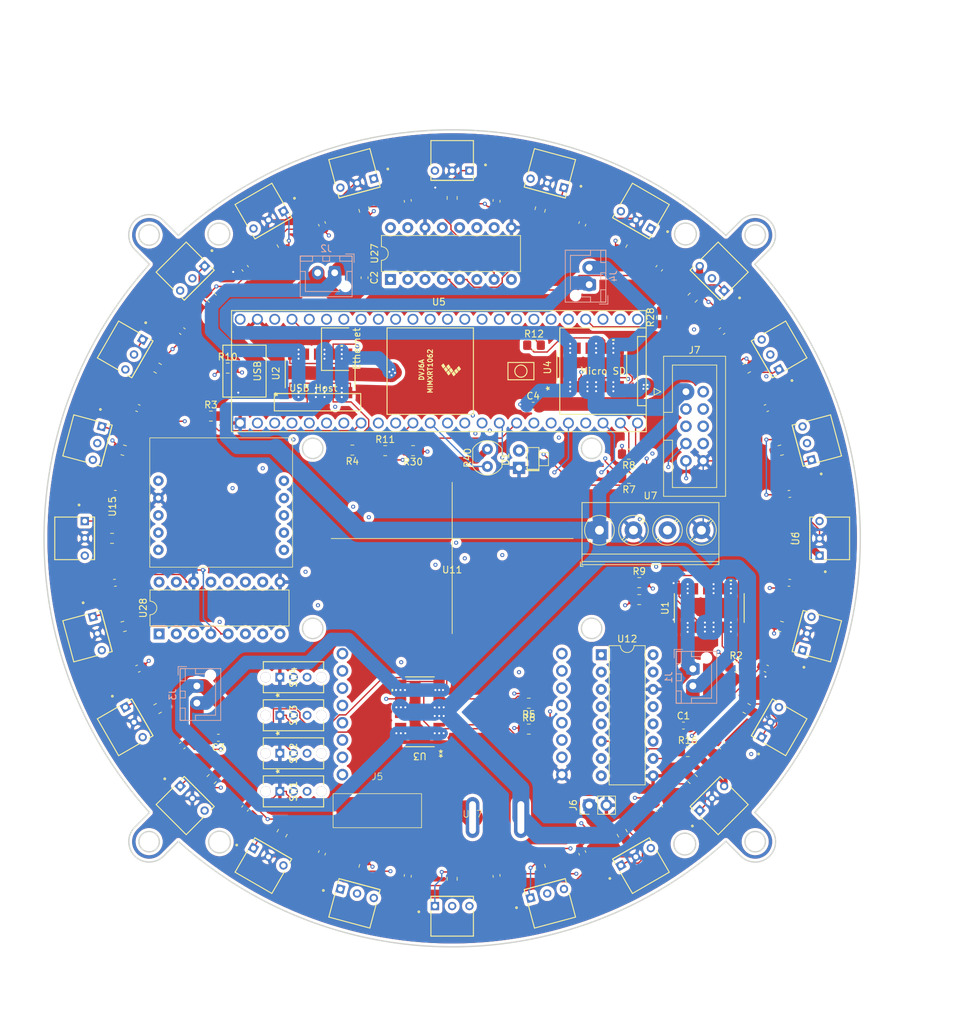
<source format=kicad_pcb>
(kicad_pcb (version 20240108) (generator "pcbnew") (generator_version "8.0")
  (layers (0 "F.Cu" signal) (1 "In1.Cu" signal) (2 "In2.Cu" signal) (31 "B.Cu" signal) (34 "B.Paste" user) (35 "F.Paste" user) (36 "B.SilkS" user "B.Silkscreen") (37 "F.SilkS" user "F.Silkscreen") (38 "B.Mask" user) (39 "F.Mask" user) (44 "Edge.Cuts" user))
  (net 0 "")
  (net 1 "Net-(J1-Pin_1)")
  (net 2 "Net-(J1-Pin_2)")
  (net 3 "Net-(J2-Pin_2)")
  (net 4 "Net-(J2-Pin_1)")
  (net 5 "Net-(J3-Pin_2)")
  (net 6 "Net-(J3-Pin_1)")
  (net 7 "Net-(J4-Pin_1)")
  (net 8 "Net-(J4-Pin_2)")
  (net 9 "Net-(U12-CH7)")
  (net 10 "GND")
  (net 11 "Net-(U12-CH6)")
  (net 12 "Net-(U12-CH5)")
  (net 13 "Net-(U12-CH4)")
  (net 14 "Net-(U12-CH3)")
  (net 15 "Net-(U12-CH2)")
  (net 16 "Net-(U12-CH1)")
  (net 17 "Net-(U12-CH0)")
  (net 18 "Net-(U27-CH7)")
  (net 19 "Net-(U28-CH7)")
  (net 20 "Net-(U27-CH6)")
  (net 21 "Net-(U28-CH6)")
  (net 22 "Net-(U27-CH5)")
  (net 23 "Net-(U28-CH5)")
  (net 24 "Net-(U27-CH4)")
  (net 25 "Net-(U28-CH4)")
  (net 26 "Net-(U27-CH3)")
  (net 27 "Net-(U28-CH3)")
  (net 28 "Net-(U27-CH2)")
  (net 29 "Net-(U28-CH2)")
  (net 30 "Net-(U27-CH1)")
  (net 31 "Net-(U28-CH1)")
  (net 32 "Net-(U27-CH0)")
  (net 33 "Net-(U28-CH0)")
  (net 34 "3.3v")
  (net 35 "CLS1")
  (net 36 "CLS3")
  (net 37 "SCK(Clock Timing)")
  (net 38 "Kicker")
  (net 39 "MISO")
  (net 40 "CLS2")
  (net 41 "12v")
  (net 42 "MOSI")
  (net 43 "Net-(U1-INA)")
  (net 44 "Direction1(1)")
  (net 45 "Direction2(1)")
  (net 46 "Net-(U1-INB)")
  (net 47 "Direction1(3)")
  (net 48 "Net-(U2-INA)")
  (net 49 "Direction2(3)")
  (net 50 "Net-(U2-INB)")
  (net 51 "Net-(U3-INA)")
  (net 52 "Direction1(2)")
  (net 53 "Direction2(2)")
  (net 54 "Net-(U3-INB)")
  (net 55 "Direction1(4)")
  (net 56 "Net-(U4-INA)")
  (net 57 "Net-(U4-INB)")
  (net 58 "Direction2(4)")
  (net 59 "PWM1")
  (net 60 "Net-(U1-PWM)")
  (net 61 "Net-(U2-PWM)")
  (net 62 "PWM3")
  (net 63 "Net-(U3-PWM)")
  (net 64 "PWM2")
  (net 65 "Net-(U4-PWM)")
  (net 66 "PWM4")
  (net 67 "Net-(U6-OUT)")
  (net 68 "Net-(U8-OUT)")
  (net 69 "Net-(U9-OUT)")
  (net 70 "CHIPSELECTIR1")
  (net 71 "Net-(U10-OUT)")
  (net 72 "Net-(U13-OUT)")
  (net 73 "Net-(U14-OUT)")
  (net 74 "Net-(U16-OUT)")
  (net 75 "Net-(U18-OUT)")
  (net 76 "Net-(U19-OUT)")
  (net 77 "Net-(U20-OUT)")
  (net 78 "Net-(U21-OUT)")
  (net 79 "Net-(U22-OUT)")
  (net 80 "Net-(U23-OUT)")
  (net 81 "Net-(U24-OUT)")
  (net 82 "CHIPSELECTIR3")
  (net 83 "Net-(U25-OUT)")
  (net 84 "CHIPSELECTIR2")
  (net 85 "Net-(U26-OUT)")
  (net 86 "Net-(U29-OUT)")
  (net 87 "Net-(U30-OUT)")
  (net 88 "Net-(U31-OUT)")
  (net 89 "Net-(U32-OUT)")
  (net 90 "Net-(U33-OUT)")
  (net 91 "Net-(U34-OUT)")
  (net 92 "Net-(U35-OUT)")
  (net 93 "Net-(U36-OUT)")
  (net 94 "Calibrate ")
  (net 95 "Offense")
  (net 96 "Blue")
  (net 97 "Start")
  (net 107 "RX")
  (net 111 "SDA")
  (net 116 "5v")
  (net 118 "SCL")
  (net 119 "TX")
  (net 120 "R_Photo")
  (net 149 "Net-(J5-Pin_2)")
  (footprint "ir sensor:TO_SP4038_VIS" (layer "F.Cu") (at 100 154)
    (property "Reference" "U16" (hide yes))
    (property "Value" "TSOP25xx")
  )
  (footprint "Resistor_SMD:R_0805_2012Metric_Pad1.20x1.40mm_HandSolder" (layer "F.Cu") (at 87.059 51.7037 105)
    (property "Reference" "R24" (hide yes))
    (property "Value" "100k")
  )
  (footprint "Capacitor_SMD:C_0603_1608Metric_Pad1.08x0.95mm_HandSolder" (layer "F.Cu") (at 60.3323 69.5619 143)
    (property "Reference" "C26" (hide yes))
    (property "Value" "0.1uf")
  )
  (footprint "Resistor_SMD:R_0805_2012Metric_Pad1.20x1.40mm_HandSolder" (layer "F.Cu") (at 64.6447 135.3553 -135)
    (property "Reference" "R25" (hide yes))
    (property "Value" "100k")
  )
  (footprint "Package_DIP:DIP-16_W7.62mm" (layer "F.Cu") (at 56.911 114.036 90)
    (property "Reference" "U28")
    (property "Value" "MCP3008")
  )
  (footprint "Resistor_SMD:R_0805_2012Metric_Pad1.20x1.40mm_HandSolder" (layer "F.Cu") (at 126 91.186 180)
    (property "Reference" "R7")
    (property "Value" "100")
  )
  (footprint "Resistor_SMD:R_0805_2012Metric_Pad1.20x1.40mm_HandSolder" (layer "F.Cu") (at 67 75)
    (property "Reference" "R10")
    (property "Value" "100")
  )
  (footprint "Vnh7070astr:SO-16N_STM-M" (layer "F.Cu") (at 95.25 125.476 180)
    (property "Reference" "U3")
    (property "Value" "VNH7070ASTR")
  )
  (footprint "Resistor_SMD:R_0805_2012Metric_Pad1.20x1.40mm_HandSolder" (layer "F.Cu") (at 56.6987 75 150)
    (property "Reference" "R37" (hide yes))
    (property "Value" "100k")
  )
  (footprint "ir sensor:TO_SP4038_VIS" (layer "F.Cu") (at 47.84 86.0238 -105)
    (property "Reference" "U32" (hide yes))
    (property "Value" "TSOP25xx")
  )
  (footprint "Capacitor_SMD:C_0603_1608Metric_Pad1.08x0.95mm_HandSolder" (layer "F.Cu") (at 87.122 61.722 -90)
    (property "Reference" "C2")
    (property "Value" "0.1uf")
  )
  (footprint "Resistor_SMD:R_0805_2012Metric_Pad1.20x1.40mm_HandSolder" (layer "F.Cu") (at 135.3553 135.3553 -45)
    (property "Reference" "R17" (hide yes))
    (property "Value" "100k")
  )
  (footprint "Capacitor_SMD:C_0603_1608Metric_Pad1.08x0.95mm_HandSolder" (layer "F.Cu") (at 130.4381 60.3323 53)
    (property "Reference" "C21" (hide yes))
    (property "Value" "0.1uf")
  )
  (footprint "ir sensor:TO_SP4038_VIS" (layer "F.Cu") (at 152.16 86.0238 105)
    (property "Reference" "U35" (hide yes))
    (property "Value" "TSOP25xx")
  )
  (footprint "ir sensor:TO_SP4038_VIS" (layer "F.Cu") (at 113.9762 47.84 165)
    (property "Reference" "U25" (hide yes))
    (property "Value" "TSOP25xx")
  )
  (footprint "Resistor_SMD:R_0805_2012Metric_Pad1.20x1.40mm_HandSolder" (layer "F.Cu") (at 130.81 67.548 90)
    (property "Reference" "R28")
    (property "Value" "10k")
  )
  (footprint "Openmv:OpenMV" (layer "F.Cu") (at 100 100)
    (property "Reference" "U11")
    (property "Value" "OpenMV_H7_R2")
  )
  (footprint "Capacitor_SMD:C_0603_1608Metric_Pad1.08x0.95mm_HandSolder" (layer "F.Cu") (at 50.4278 106.5263 -172)
    (property "Reference" "C20" (hide yes))
    (property "Value" "0.1uf")
  )
  (footprint "Capacitor_SMD:C_0603_1608Metric_Pad1.08x0.95mm_HandSolder" (layer "F.Cu") (at 149.5722 93.4737 8)
    (property "Reference" "C27" (hide yes))
    (property "Value" "0.1uf")
  )
  (footprint "Capacitor_SMD:C_0603_1608Metric_Pad1.08x0.95mm_HandSolder" (layer "F.Cu") (at 53.806 80.8658 158)
    (property "Reference" "C24" (hide yes))
    (property "Value" "0.1uf")
  )
  (footprint "Resistor_SMD:R_0805_2012Metric_Pad1.20x1.40mm_HandSolder" (layer "F.Cu") (at 75 56.6987 120)
    (property "Reference" "R22" (hide yes))
    (property "Value" "100k")
  )
  (footprint "ir sensor:TO_SP4038_VIS" (layer "F.Cu") (at 46 100 -90)
    (property "Reference" "U30" (hide yes))
    (property "Value" "TSOP25xx")
  )
  (footprint "Resistor_SMD:R_0805_2012Metric_Pad1.20x1.40mm_HandSolder" (layer "F.Cu") (at 64.6447 64.6447 135)
    (property "Reference" "R39" (hide yes))
    (property "Value" "100k")
  )
  (footprint "ir sensor:TO_SP4038_VIS" (layer "F.Cu") (at 53.2346 127 -60)
    (property "Reference" "U24" (hide yes))
    (property "Value" "TSOP25xx")
  )
  (footprint "ir sensor:TO_SP4038_VIS" (layer "F.Cu") (at 127 53.2346 150)
    (property "Reference" "U29" (hide yes))
    (property "Value" "TSOP25xx")
  )
  (footprint "Resistor_SMD:R_0805_2012Metric_Pad1.20x1.40mm_HandSolder" (layer "F.Cu") (at 143.3013 75 30)
    (property "Reference" "R36" (hide yes))
    (property "Value" "100k")
  )
  (footprint "LED_THT:LED_D1.8mm_W1.8mm_H2.4mm_Horizontal_O1.27mm_Z1.6mm" (layer "F.Cu") (at 109.831 89.642 90)
    (property "Reference" "D1")
    (property "Value" "LED")
  )
  (footprint "ir sensor:TO_SP4038_VIS" (layer "F.Cu") (at 61.8162 61.8162 -135)
    (property "Reference" "U36" (hide yes))
    (property "Value" "TSOP25xx")
  )
  (footprint "ir sensor:TO_SP4038_VIS" (layer "F.Cu") (at 127 146.7654 30)
    (property "Reference" "U13" (hide yes))
    (property "Value" "TSOP25xx")
  )
  (footprint "Resistor_SMD:R_0805_2012Metric_Pad1.20x1.40mm_HandSolder" (layer "F.Cu") (at 141.748 118.872)
    (property "Reference" "R2")
    (property "Value" "100k")
  )
  (footprint "Package_DIP:DIP-16_W7.62mm" (layer "F.Cu") (at 121.92 117.094)
    (property "Reference" "U12")
    (property "Value" "MCP3008")
  )
  (footprint "ir sensor:TO_SP4038_VIS" (layer "F.Cu") (at 138.1838 61.8162 135)
    (property "Reference" "U31" (hide yes))
    (property "Value" "TSOP25xx")
  )
  (footprint "Capacitor_SMD:C_0603_1608Metric_Pad1.08x0.95mm_HandSolder" (layer "F.Cu") (at 106.5263 149.5722 -82)
    (property "Reference" "C10" (hide yes))
    (property "Value" "0.1uf")
  )
  (footprint "Capacitor_SMD:C_0603_1608Metric_Pad1.08x0.95mm_HandSolder" (layer "F.Cu") (at 93.4737 149.5722 -97)
    (property "Reference" "C11" (hide yes))
    (property "Value" "0.1uf")
  )
  (footprint "Resistor_SMD:R_0805_2012Metric_Pad1.20x1.40mm_HandSolder" (layer "F.Cu") (at 134.636 131.318)
    (property "Reference" "R16")
    (property "Value" "10k")
  )
  (footprint "ir sensor:TO_SP4038_VIS" (layer "F.Cu") (at 53.2346 73 -120)
    (property "Reference" "U34" (hide yes))
    (property "Value" "TSOP25xx")
  )
  (footprint "Capacitor_SMD:C_0603_1608Metric_Pad1.08x0.95mm_HandSolder" (layer "F.Cu") (at 130.4381 139.6677 -52)
    (property "Reference" "C8" (hide yes))
    (property "Value" "0.1uf")
  )
  (footprint "RockerSwitch:RF1-1A-DC-2-B-2" (layer "F.Cu") (at 103 141)
    (property "Reference" "U17")
    (property "Value" "RockerSwitch")
  )
  (footprint "Resistor_SMD:R_0805_2012Metric_Pad1.20x1.40mm_HandSolder" (layer "F.Cu") (at 135.3553 64.6447 45)
    (property "Reference" "R34" (hide yes))
    (property "Value" "100k")
  )
  (footprint "Capacitor_SMD:C_0603_1608Metric_Pad1.08x0.95mm_HandSolder" (layer "F.Cu") (at 139.6677 69.5619 38)
    (property "Reference" "C23" (hide yes))
    (property "Value" "0.1uf")
  )
  (footprint "Capacitor_SMD:C_0603_1608Metric_Pad1.08x0.95mm_HandSolder" (layer "F.Cu") (at 134 127.5)
    (property "Reference" "C1")
    (property "Value" "0.1uf")
  )
  (footprint "Resistor_SMD:R_0805_2012Metric_Pad1.20x1.40mm_HandSolder" (layer "F.Cu") (at 112.941 51.7037 75)
    (property "Reference" "R29" (hide yes))
    (property "Value" "100k")
  )
  (footprint "Resistor_SMD:R_0805_2012Metric_Pad1.20x1.40mm_HandSolder" (layer "F.Cu") (at 143.3013 125 -30)
    (property "Reference" "R15" (hide yes))
    (property "Value" "100k")
  )
  (footprint "Resistor_SMD:R_0805_2012Metric_Pad1.20x1.40mm_HandSolder" (layer "F.Cu") (at 125 56.6987 60)
    (property "Reference" "R32" (hide yes))
    (property "Value" "100k")
  )
  (footprint "Resistor_SMD:R_0805_2012Metric_Pad1.20x1.40mm_HandSolder" (layer "F.Cu") (at 112.941 148.2963 -75)
    (property "Reference" "R19" (hide yes))
    (property "Value" "100k")
  )
  (footprint "ir sensor:TO_SP4038_VIS" (layer "F.Cu") (at 146.7654 127 60)
    (property "Reference" "U9" (hide yes))
    (property "Value" "TSOP25xx")
  )
  (footprint "Resistor_SMD:R_0805_2012Metric_Pad1.20x1.40mm_HandSolder" (layer "F.Cu") (at 100 150 -90)
    (property "Reference" "R20" (hide yes))
    (property "Value" "100k")
  )
  (footprint "ir sensor:TO_SP4038_VIS" (layer "F.Cu") (at 73 53.2346 -150)
    (property "Reference" "U19" (hide yes))
    (property "Value" "TSOP25xx")
  )
  (footprint "Capacitor_SMD:C_0603_1608Metric_Pad1.08x0.95mm_HandSolder" (layer "F.Cu") (at 69.5619 60.3323 128)
    (property "Reference" "C28" (hide yes))
    (property "Value" "0.1uf")
  )
  (footprint "Resistor_SMD:R_0805_2012Metric_Pad1.20x1.40mm_HandSolder" (layer "F.Cu") (at 125.968 87.63 180)
    (property "Reference" "R8")
    (property "Value" "100")
  )
  (footprint "ir sensor:TO_SP4038_VIS" (layer "F.Cu") (at 146.7654 73 120)
    (property "Reference" "U33" (hide yes))
    (property "Value" "TSOP25xx")
  )
  (footprint "Connector_IDC:IDC-Header_2x05_P2.54mm_Vertical" (layer "F.Cu") (at 134.366 78.46)
    (property "Reference" "J7")
    (property "Value" "Bottom_Pcb")
  )
  (footprint "Pads:Pads" (layer "F.Cu") (at 89 140)
    (property "Reference" "J5")
    (property "Value" "Screw_Terminal_01x02")
  )
  (footprint "Resistor_SMD:R_0805_2012Metric_Pad1.20x1.40mm_HandSolder" (layer "F.Cu") (at 125 143.3013 -60)
    (property "Reference" "R18" (hide yes))
    (property "Value" "100k")
  )
  (footprint "Resistor_SMD:R_0805_2012Metric_Pad1.20x1.40mm_HandSolder" (layer "F.Cu") (at 56.6987 125 -150)
    (property "Reference" "R27" (hide yes))
    (property "Value" "100k")
  )
  (footprint "os10..:SPDT_OS102011_CNK" (layer "F.Cu") (at 74.672 137.16 90)
    (property "Reference" "SW1")
    (property "Value" "OS102011MS2QN1")
  )
  (footprint "os10..:SPDT_OS102011_CNK" (layer "F.Cu") (at 74.672 131.572 90)
    (property "Reference" "SW2")
    (property "Value" "OS102011MS2QN1")
  )
  (footprint "Vnh7070astr:SO-16N_STM-M" (layer "F.Cu") (at 120.523 74.8982 90)
    (property "Reference" "U4")
    (property "Value" "VNH7070ASTR")
  )
  (footprint "Capacitor_SMD:C_0603_1608Metric_Pad1.08x0.95mm_HandSolder" (layer "F.Cu") (at 119.1342 146.194 -67)
    (property "Reference" "C9" (hide yes))
    (property "Value" "0.1uf")
  )
  (footprint "Capacitor_SMD:C_0603_1608Metric_Pad1.08x0.95mm_HandSolder" (layer "F.Cu") (at 106.5263 50.4278 83)
    (property "Reference" "C17" (hide yes))
    (property "Value" "0.1uf")
  )
  (footprint "OptoDevice:R_LDR_4.9x4.2mm_P2.54mm_Vertical" (layer "F.Cu") (at 105.181 89.442 90)
    (property "Reference" "R40")
    (property "Value" "R_Photo")
  )
  (footprint "ir sensor:TO_SP4038_VIS" (layer "F.Cu") (at 47.84 113.9762 -75)
    (property "Reference" "U26" (hide yes))
    (property "Value" "TSOP25xx")
  )
  (footprint "Capacitor_SMD:C_0603_1608Metric_Pad1.08x0.95mm_HandSolder" (layer "F.Cu") (at 50.4278 93.4737 173)
    (property "Reference" "C22" (hide yes))
    (property "Value" "0.1uf")
  )
  (footprint "Resistor_SMD:R_0805_2012Metric_Pad1.20x1.40mm_HandSolder" (layer "F.Cu") (at 64.532 82.042)
    (property "Reference" "R3")
    (property "Value" "100k")
  )
  (footprint "Capacitor_SMD:C_0603_1608Metric_Pad1.08x0.95mm_HandSolder" (layer "F.Cu") (at 65.6325 129.286 180)
    (property "Reference" "C3")
    (property "Value" "0.1uf")
  )
  (footprint "Resistor_SMD:R_0805_2012Metric_Pad1.20x1.40mm_HandSolder" (layer "F.Cu") (at 111.268 124.206 180)
    (property "Reference" "R5")
    (property "Value" "100")
  )
  (footprint "Vnh7070astr:SO-16N_STM-M" (layer "F.Cu") (at 80.5942 75.7745 90)
    (property "Reference" "U2")
    (property "Value" "VNH7070ASTR")
  )
  (footprint "Capacitor_SMD:C_0603_1608Metric_Pad1.08x0.95mm_HandSolder" (layer "F.Cu") (at 80.8658 53.806 113)
    (property "Reference" "C13" (hide yes))
    (property "Value" "0.1uf")
  )
  (footprint "Resistor_SMD:R_0805_2012Metric_Pad1.20x1.40mm_HandSolder" (layer "F.Cu") (at 127.5 109)
    (property "Reference" "R1" (hide yes))
    (property "Value" "100k")
  )
  (footprint "Resistor_SMD:R_0805_2012Metric_Pad1.20x1.40mm_HandSolder" (layer "F.Cu") (at 94.25 87.122 180)
    (property "Reference" "R30")
    (property "Value" "10k")
  )
  (footprint "ir sensor:TO_SP4038_VIS" (layer "F.Cu") (at 113.9762 152.16 15)
    (property "Reference" "U14" (hide yes))
    (property "Value" "TSOP25xx")
  )
  (footprint "Custom:Compass Sensor DFRobot" (layer "F.Cu") (at 66.04 94.742)
    (property "Reference" "U15")
    (property "Value" "SEN0140")
  )
  (footprint "ir sensor:TO_SP4038_VIS" (layer "F.Cu") (at 86.0238 47.84 -165)
    (property "Reference" "U21" (hide yes))
    (property "Value" "TSOP25xx")
  )
  (footprint "Resistor_SMD:R_0805_2012Metric_Pad1.20x1.40mm_HandSolder" (layer "F.Cu") (at 50 100 180)
    (property "Reference" "R33" (hide yes))
    (property "Value" "100k")
  )
  (footprint "ir sensor:TO_SP4038_VIS" (layer "F.Cu") (at 86.0238 152.16 -15)
    (property "Reference" "U18" (hide yes))
    (property "Value" "TSOP25xx")
  )
  (footprint "Capacitor_SMD:C_0603_1608Metric_Pad1.08x0.95mm_HandSolder" (layer "F.Cu") (at 119.1342 53.806 68)
    (property "Reference" "C19" (hide yes))
    (property "Value" "0.1uf")
  )
  (footprint "Resistor_SMD:R_0805_2012Metric_Pad1.20x1.40mm_HandSolder" (layer "F.Cu") (at 112.03 71.628)
    (property "Reference" "R12")
    (property "Value" "100")
  )
  (footprint "Capacitor_SMD:C_0603_1608Metric_Pad1.08x0.95mm_HandSolder" (layer "F.Cu") (at 93.4737 50.4278 98)
    (property "Reference" "C15" (hide yes))
    (property "Value" "0.1uf")
  )
  (footprint "ir sensor:TO_SP4038_VIS" (layer "F.Cu") (at 100 46 180)
    (property "Reference" "U23" (hide yes))
    (property "Value" "TSOP25xx")
  )
  (footprint "ir sensor:TO_SP4038_VIS" (layer "F.Cu") (at 154 100 90)
    (property "Reference" "U6")
    (property "Value" "TSOP25xx")
  )
  (footprint "Resistor_SMD:R_0805_2012Metric_Pad1.20x1.40mm_HandSolder" (layer "F.Cu") (at 75 143.3013 -120)
    (property "Reference" "R23" (hide yes))
    (property "Value" "100k")
  )
  (footprint "Resistor_SMD:R_0805_2012Metric_Pad1.20x1.40mm_HandSolder" (layer "F.Cu") (at 148.2963 87.059 15)
    (property "Reference" "R38" (hide yes))
    (property "Value" "100k")
  )
  (footprint "Resistor_SMD:R_0805_2012Metric_Pad1.20x1.40mm_HandSolder" (layer "F.Cu") (at 127.5 106.5)
    (property "Reference" "R9")
    (property "Value" "100")
  )
  (footprint "Capacitor_SMD:C_0603_1608Metric_Pad1.08x0.95mm_HandSolder" (layer "F.Cu") (at 60.3323 130.4381 -142)
    (property "Reference" "C16" (hide yes))
    (property "Value" "0.1uf")
  )
  (footprint "Resistor_SMD:R_0805_2012Metric_Pad1.20x1.40mm_HandSolder" (layer "F.Cu") (at 150 100)
    (property "Reference" "R13" (hide yes))
    (property "Value" "100k")
  )
  (footprint "Capacitor_SMD:C_0603_1608Metric_Pad1.08x0.95mm_HandSolder" (layer "F.Cu") (at 146.194 80.8658 23)
    (property "Reference" "C25" (hide yes))
    (property "Value" "0.1uf")
  )
  (footprint "Capacitor_SMD:C_0603_1608Metric_Pad1.08x0.95mm_HandSolder" (layer "F.Cu") (at 53.806 119.1342 -157)
    (property "Reference" "C18" (hide yes))
    (property "Value" "0.1uf")
  )
  (footprint "ir sensor:TO_SP4038_VIS" (layer "F.Cu") (at 152.16 113.9762 75)
    (property "Reference" "U8" (hide yes))
    (property "Value" "TSOP25xx")
  )
  (footprint "Capacitor_SMD:C_0603_1608Metric_Pad1.08x0.95mm_HandSolder" (layer "F.Cu") (at 146.194 119.1342 -22)
    (property "Reference" "C6" (hide yes))
    (property "Value" "0.1uf")
  )
  (footprint "os10..:SPDT_OS102011_CNK" (layer "F.Cu") (at 74.672 125.984 90)
    (property "Reference" "SW3")
    (property "Value" "OS102011MS2QN1")
  )
  (footprint "ir sensor:TO_SP4038_VIS" (layer "F.Cu") (at 138.1838 138.1838 45)
    (property "Reference" "U10" (hide yes))
    (property "Value" "TSOP25xx")
  )
  (footprint "teensy.pretty-master:Teensy41" (layer "F.Cu") (at 98.044 75.438)
    (property "Reference" "U5")
    (property "Value" "Teensy4.1")
  )
  (footprint "Resistor_SMD:R_0805_2012Metric_Pad1.20x1.40mm_HandSolder" (layer "F.Cu") (at 148.2963 112.941 -15)
    (property "Reference" "R14" (hide yes))
    (property "Value" "100k")
  )
  (footprint "Vnh7070astr:SO-16N_STM-M" (layer "F.Cu") (at 137.795 110.236 90)
    (property "Reference" "U1")
    (property "Value" "VNH7070ASTR")
  )
  (footprint "Capacitor_SMD:C_0603_1608Metric_Pad1.08x0.95mm_HandSolder" (layer "F.Cu") (at 69.5619 139.6677 -127)
    (property "Reference" "C14" (hide yes))
    (property "Value" "0.1uf")
  )
  (footprint "Connector_PinHeader_2.54mm:PinHeader_1x02_P2.54mm_Vertical" (layer "F.Cu") (at 120.137 139.192 90)
    (property "Reference" "J6")
    (property "Value" "Conn_01x02")
  )
  (footprint "Resistor_SMD:R_0805_2012Metric_Pad1.20x1.40mm_HandSolder" (layer "F.Cu") (at 51.7037 87.059 165)
    (property "Reference" "R35" (hide yes))
    (property "Value" "100k")
  )
  (footprint "Capacitor_SMD:C_0603_1608Metric_Pad1.08x0.95mm_HandSolder" (layer "F.Cu") (at 139.6677 130.4381 -37)
    (property "Reference" "C7" (hide yes))
    (property "Value" "0.1uf")
  )
  (footprint "ir sensor:TO_SP4038_VIS" (layer "F.Cu") (at 73 146.7654 -30)
    (property "Reference" "U20" (hide yes))
    (property "Value" "TSOP25xx")
  )
  (footprint "ir sensor:TO_SP4038_VIS" (layer "F.Cu") (at 61.8162 138.1838 -45)
    (property "Reference" "U22" (hide yes))
    (property "Value" "TSOP25xx")
  )
  (footprint "Capacitor_SMD:C_0603_1608Metric_Pad1.08x0.95mm_HandSolder" (layer "F.Cu") (at 149.5722 106.5263 -7)
    (property "Reference" "C5" (hide yes))
    (property "Value" "0.1uf")
  )
  (footprint "Resistor_SMD:R_0805_2012Metric_Pad1.20x1.40mm_HandSolder" (layer "F.Cu") (at 87.059 148.2963 -105)
    (property "Reference" "R21" (hide yes))
    (property "Value" "100k")
  )
  (footprint "Resistor_SMD:R_0805_2012Metric_Pad1.20x1.40mm_HandSolder" (layer "F.Cu") (at 100 50 90)
    (property "Reference" "R26" (hide yes))
    (property "Value" "100k")
  )
  (footprint "os10..:SPDT_OS102011_CNK" (layer "F.Cu") (at 74.672 120.396 90)
    (property "Reference" "SW4")
    (property "Value" "OS102011MS2QN1")
  )
  (footprint "Capacitor_SMD:C_0603_1608Metric_Pad1.08x0.95mm_HandSolder" (layer "F.Cu") (at 111.9135 80.518)
    (property "Reference" "C4")
    (property "Value" "0.1uf")
  )
  (footprint "Resistor_SMD:R_0805_2012Metric_Pad1.20x1.40mm_HandSolder" (layer "F.Cu") (at 111.268 128.016)
    (property "Reference" "R6")
    (property "Value" "100")
  )
  (footprint "Capacitor_SMD:C_0603_1608Metric_Pad1.08x0.95mm_HandSolder" (layer "F.Cu") (at 80.8658 146.194 -112)
    (property "Reference" "C12" (hide yes))
    (property "Value" "0.1uf")
  )
  (footprint "Package_DIP:DIP-16_W7.62mm" (layer "F.Cu") (at 90.932 61.976 90)
    (property "Reference" "U27")
    (property "Value" "MCP3008")
  )
  (footprint "Resistor_SMD:R_0805_2012Metric_Pad1.20x1.40mm_HandSolder" (layer "F.Cu") (at 85.328 87.04 180)
    (property "Reference" "R4")
    (property "Value" "100k")
  )
  (footprint "Resistor_SMD:R_0805_2012Metric_Pad1.20x1.40mm_HandSolder" (layer "F.Cu") (at 51.7037 112.941 -165)
    (property "Reference" "R31" (hide yes))
    (property "Value" "100k")
  )
  (footprint "Resistor_SMD:R_0805_2012Metric_Pad1.20x1.40mm_HandSolder" (layer "F.Cu") (at 90.154 87.122)
    (property "Reference" "R11")
    (property "Value" "100")
  )
  (footprint "TerminalBlock_Phoenix:TerminalBlock_Phoenix_PT-1,5-4-5.0-H_1x04_P5.00mm_Horizontal" (layer "F.Cu") (at 121.652 98.806)
    (property "Reference" "U7")
    (property "Value" "V_Regulator_-_5v")
  )
  (footprint "Connector_JST:JST_XH_B2B-XH-AM_1x02_P2.50mm_Vertical" (layer "B.Cu") (at 62.467 121.686 -90)
    (property "Reference" "J3")
    (property "Value" "Conn_01x02")
  )
  (footprint "Connector_JST:JST_XH_B2B-XH-AM_1x02_P2.50mm_Vertical" (layer "B.Cu") (at 135.382 119.166 -90)
    (property "Reference" "J1")
    (property "Value" "Conn_01x02")
  )
  (footprint "Connector_JST:JST_XH_B2B-XH-AM_1x02_P2.50mm_Vertical" (layer "B.Cu") (at 82.728 60.992 180)
    (property "Reference" "J2")
    (property "Value" "Conn_01x02")
  )
  (footprint "Connector_JST:JST_XH_B2B-XH-AM_1x02_P2.50mm_Vertical" (layer "B.Cu") (at 120.142 62.738 90)
    (property "Reference" "J4")
    (property "Value" "Conn_01x02")
  )
  (gr_line (start 57.573598 146.669043) (end 59.747982 144.494659) (stroke (width 0.2)) (layer "Edge.Cuts"))
  (gr_circle (center 65.8 144.6) (end 67.4 144.6) (stroke (width 0.2)) (fill none) (layer "Edge.Cuts"))
  (gr_line (start 142.42641 146.669051) (end 140.252019 144.49466) (stroke (width 0.2)) (layer "Edge.Cuts"))
  (gr_circle (center 120.500011 86.77765) (end 122.000011 86.77765) (stroke (width 0.2)) (fill none) (layer "Edge.Cuts"))
  (gr_circle (center 65.7 55.3) (end 67.3 55.3) (stroke (width 0.2)) (fill none) (layer "Edge.Cuts"))
  (gr_arc (start 146.669051 142.42641) (mid 146.669049 146.669049) (end 142.42641 146.669051) (stroke (width 0.2)) (layer "Edge.Cuts"))
  (gr_circle (center 144.547727 55.452273) (end 146.047727 55.452273) (stroke (width 0.2)) (fill none) (layer "Edge.Cuts"))
  (gr_line (start 53.33098 142.426379) (end 55.50534 140.252019) (stroke (width 0.2)) (layer "Edge.Cuts"))
  (gr_circle (center 120.500011 113.22235) (end 122.000011 113.22235) (stroke (width 0.2)) (fill none) (layer "Edge.Cuts"))
  (gr_arc (start 59.74798 55.505339) (mid 100 40) (end 140.25202 55.505339) (stroke (width 0.2)) (layer "Edge.Cuts"))
  (gr_line (start 142.426403 53.330956) (end 140.25202 55.505339) (stroke (width 0.2)) (layer "Edge.Cuts"))
  (gr_line (start 57.57359 53.330949) (end 59.74798 55.505339) (stroke (width 0.2)) (layer "Edge.Cuts"))
  (gr_arc (start 140.252019 144.49466) (mid 100 160) (end 59.747982 144.494659) (stroke (width 0.2)) (layer "Edge.Cuts"))
  (gr_line (start 53.330949 57.57359) (end 55.505341 59.747982) (stroke (width 0.2)) (layer "Edge.Cuts"))
  (gr_arc (start 55.50534 140.252019) (mid 40 100) (end 55.505341 59.747982) (stroke (width 0.2)) (layer "Edge.Cuts"))
  (gr_line (start 146.66902 57.573621) (end 144.49466 59.747981) (stroke (width 0.2)) (layer "Edge.Cuts"))
  (gr_circle (center 79.500011 113.22235) (end 81.000011 113.22235) (stroke (width 0.2)) (fill none) (layer "Edge.Cuts"))
  (gr_circle (center 144.547727 144.547727) (end 146.047727 144.547727) (stroke (width 0.2)) (fill none) (layer "Edge.Cuts"))
  (gr_circle (center 55.452273 55.452273) (end 56.952273 55.452273) (stroke (width 0.2)) (fill none) (layer "Edge.Cuts"))
  (gr_arc (start 144.49466 59.747981) (mid 160 100) (end 144.494659 140.252018) (stroke (width 0.2)) (layer "Edge.Cuts"))
  (gr_circle (center 134.2 144.9) (end 135.8 144.9) (stroke (width 0.2)) (fill none) (layer "Edge.Cuts"))
  (gr_line (start 146.669051 142.42641) (end 144.494659 140.252018) (stroke (width 0.2)) (layer "Edge.Cuts"))
  (gr_circle (center 134.3 55.3) (end 135.9 55.3) (stroke (width 0.2)) (fill none) (layer "Edge.Cuts"))
  (gr_arc (start 57.573597 146.669042) (mid 53.330967 146.669008) (end 53.33098 142.426379) (stroke (width 0.2)) (layer "Edge.Cuts"))
  (gr_circle (center 79.500011 86.77765) (end 81.000011 86.77765) (stroke (width 0.2)) (fill none) (layer "Edge.Cuts"))
  (gr_circle (center 55.452273 144.547727) (end 56.952273 144.547727) (stroke (width 0.2)) (fill none) (layer "Edge.Cuts"))
  (gr_arc (start 142.426403 53.330956) (mid 146.669049 53.330952) (end 146.66902 57.573621) (stroke (width 0.2)) (layer "Edge.Cuts"))
  (gr_arc (start 53.330949 57.57359) (mid 53.330952 53.330952) (end 57.57359 53.330949) (stroke (width 0.2)) (layer "Edge.Cuts"))
  (segment (start 132.675 121.262) (end 132.675 124.381) (width 2) (layer "F.Cu") (net 1))
  (segment (start 135.382 119.166) (end 134.771 119.166) (width 2) (layer "F.Cu") (net 1))
  (segment (start 132.675 124.381) (end 132.675 127.5) (width 2) (layer "F.Cu") (net 1))
  (segment (start 134.62 113.132) (end 134.62 113.0617) (width 0.2) (layer "F.Cu") (net 1))
  (segment (start 132.675 124.381) (end 133.1375 124.8435) (width 0.2) (layer "F.Cu") (net 1))
  (segment (start 134.771 119.166) (end 132.675 121.262) (width 2) (layer "F.Cu") (net 1))
  (segment (start 134.62 107.34) (end 134.62 107.4102) (width 0.2) (layer "F.Cu") (net 1))
  (segment (start 133.1375 124.8435) (end 133.1375 127.5) (width 0.2) (layer "F.Cu") (net 1))
  (via (at 134.62 107.3912) (size 0.6) (drill 0.3) (layers "F.Cu" "B.Cu") (net 1))
  (via (at 134.62 113.0808) (size 0.6) (drill 0.3) (layers "F.Cu" "B.Cu") (net 1))
  (via (at 134.62 106.7308) (size 0.6) (drill 0.3) (layers "F.Cu" "B.Cu") (net 1))
  (via (at 134.62 108.0516) (size 0.6) (drill 0.3) (layers "F.Cu" "B.Cu") (net 1))
  (via (at 134.62 113.7412) (size 0.6) (drill 0.3) (layers "F.Cu" "B.Cu") (net 1))
  (via (at 134.62 112.431997) (size 0.6) (drill 0.3) (layers "F.Cu" "B.Cu") (net 1))
  (segment (start 134.62 107.34) (end 134.62 106.883) (width 2) (layer "B.Cu") (net 1))
  (segment (start 134.62 112.573) (end 134.62 113.081) (width 2) (layer "B.Cu") (net 1))
  (segment (start 134.62 107.899) (end 134.62 107.95) (width 2) (layer "B.Cu") (net 1))
  (segment (start 134.62 113.64) (end 134.62 118.404) (width 2) (layer "B.Cu") (net 1))
  (segment (start 134.62 113.589) (end 134.62 113.64) (width 2) (layer "B.Cu") (net 1))
  (segment (start 134.62 106.883) (end 134.62 106.832) (width 2) (layer "B.Cu") (net 1))
  (segment (start 134.62 112.431997) (end 134.62 106.832) (width 2) (layer "B.Cu") (net 1))
  (segment (start 134.62 112.573) (end 134.62 113.081) (width 2) (layer "B.Cu") (net 1))
  (segment (start 134.62 113.589) (end 134.62 113.64) (width 2) (layer "B.Cu") (net 1))
  (segment (start 134.62 118.404) (end 135.382 119.166) (width 2) (layer "B.Cu") (net 1))
  (segment (start 134.62 112.522) (end 134.62 112.573) (width 2) (layer "B.Cu") (net 1))
  (segment (start 134.62 107.95) (end 134.62 112.522) (width 2) (layer "B.Cu") (net 1))
  (segment (start 134.62 113.64) (end 134.62 118.404) (width 2) (layer "B.Cu") (net 1))
  (segment (start 134.62 113.64) (end 134.62 118.404) (width 2) (layer "B.Cu") (net 1))
  (segment (start 134.62 112.522) (end 134.62 107.95) (width 2) (layer "B.Cu") (net 1))
  (segment (start 134.62 113.132) (end 134.62 113.589) (width 2) (layer "B.Cu") (net 1))
  (segment (start 134.62 112.573) (end 134.62 112.522) (width 2) (layer "B.Cu") (net 1))
  (segment (start 134.62 112.431997) (end 134.62 113.132) (width 2) (layer "B.Cu") (net 1))
  (segment (start 134.62 107.391) (end 134.62 107.899) (width 2) (layer "B.Cu") (net 1))
  (segment (start 134.62 113.589) (end 134.62 113.64) (width 2) (layer "B.Cu") (net 1))
  (segment (start 134.62 107.34) (end 134.62 107.391) (width 2) (layer "B.Cu") (net 1))
  (segment (start 135.382 126.993) (end 135.1285 127.2465) (width 2) (layer "F.Cu") (net 2))
  (segment (start 140.97 107.4102) (end 140.97 107.442) (width 0.2) (layer "F.Cu") (net 2))
  (segment (start 135.382 121.666) (end 135.382 126.993) (width 2) (layer "F.Cu") (net 2))
  (segment (start 135.1285 127.2465) (end 134.875 127.5) (width 2) (layer "F.Cu") (net 2))
  (segment (start 140.97 113.0617) (end 140.97 113.081) (width 0.2) (layer "F.Cu") (net 2))
  (segment (start 135.116 127.2465) (end 134.8625 127.5) (width 0.2) (layer "F.Cu") (net 2))
  (segment (start 135.1285 127.2465) (end 135.116 127.2465) (width 0.2) (layer "F.Cu") (net 2))
  (via (at 140.97 113.03) (size 0.6) (drill 0.3) (layers "F.Cu" "B.Cu") (net 2))
  (via (at 140.97 113.6904) (size 0.6) (drill 0.3) (layers "F.Cu" "B.Cu") (net 2))
  (via (at 140.97 112.3696) (size 0.6) (drill 0.3) (layers "F.Cu" "B.Cu") (net 2))
  (via (at 140.97 106.7308) (size 0.6) (drill 0.3) (layers "F.Cu" "B.Cu") (net 2))
  (via (at 140.97 108.0516) (size 0.6) (drill 0.3) (layers "F.Cu" "B.Cu") (net 2))
  (via (at 140.97 107.3912) (size 0.6) (drill 0.3) (layers "F.Cu" "B.Cu") (net 2))
  (segment (start 140.97 112.522) (end 140.97 107.95) (width 2) (layer "B.Cu") (net 2))
  (segment (start 140.97 113.081) (end 140.97 112.522) (width 2) (layer "B.Cu") (net 2))
  (segment (start 140.97 116.986) (end 136.29 121.666) (width 2) (layer "B.Cu") (net 2))
  (segment (start 140.97 106.934) (end 140.97 106.832) (width 2) (layer "B.Cu") (net 2))
  (segment (start 136.29 121.666) (end 135.382 121.666) (width 2) (layer "B.Cu") (net 2))
  (segment (start 140.97 107.95) (end 140.97 107.442) (width 2) (layer "B.Cu") (net 2))
  (segment (start 140.97 113.589) (end 140.97 116.986) (width 2) (layer "B.Cu") (net 2))
  (segment (start 140.97 107.442) (end 140.97 106.934) (width 2) (layer "B.Cu") (net 2))
  (segment (start 140.97 113.589) (end 140.97 113.081) (width 2) (layer "B.Cu") (net 2))
  (segment (start 87.122 62.597) (end 87.122 62.5845) (width 0.2) (layer "F.Cu") (net 3))
  (segment (start 91.4908 75.692) (end 91.0844 76.0476) (width 2) (layer "F.Cu") (net 3))
  (segment (start 83.1705 64.842) (end 85.0943 64.842) (width 2) (layer "F.Cu") (net 3))
  (segment (start 91.0844 76.0476) (end 72.7964 75.5396) (width 2) (layer "F.Cu") (net 3))
  (segment (start 80.228 61.8995) (end 83.1705 64.842) (width 2) (layer "F.Cu") (net 3))
  (segment (start 75.8024 65.4176) (end 80.228 60.992) (width 2) (layer "F.Cu") (net 3))
  (segment (start 90.7796 75.5396) (end 91.2876 75.184) (width 2) (layer "F.Cu") (net 3))
  (segment (start 80.228 60.992) (end 80.228 61.8995) (width 2) (layer "F.Cu") (net 3))
  (segment (start 83.7692 72.9487) (end 83.7692 72.9996) (width 0.2) (layer "F.Cu") (net 3))
  (segment (start 91.2876 75.184) (end 91.5924 75.6412) (width 2) (layer "F.Cu") (net 3))
  (segment (start 85.0943 64.842) (end 87.122 62.8143) (width 2) (layer "F.Cu") (net 3))
  (segment (start 87.122 62.8143) (end 87.122 62.597) (width 2) (layer "F.Cu") (net 3))
  (segment (start 72.7964 75.5396) (end 64.6292 67.3724) (width 2) (layer "F.Cu") (net 3))
  (segment (start 83.7692 78.6002) (end 83.7692 78.5876) (width 0.2) (layer "F.Cu") (net 3))
  (segment (start 67.8316 65.4176) (end 75.8024 65.4176) (width 2) (layer "F.Cu") (net 3))
  (segment (start 64.6292 67.3724) (end 65.8768 67.3724) (width 2) (layer "F.Cu") (net 3))
  (segment (start 91.5924 75.6412) (end 91.4908 75.692) (width 2) (layer "F.Cu") (net 3))
  (segment (start 65.8768 67.3724) (end 67.8316 65.4176) (width 2) (layer "F.Cu") (net 3))
  (via (at 91.5924 75.692) (size 0.5) (drill 0.3) (layers "F.Cu" "B.Cu") (net 3))
  (via (at 91.2876 75.184) (size 0.5) (drill 0.3) (layers "F.Cu" "B.Cu") (net 3))
  (via (at 83.7692 72.2884) (size 0.6) (drill 0.3) (layers "F.Cu" "B.Cu") (net 3))
  (via (at 83.7692 72.9488) (size 0.6) (drill 0.3) (layers "F.Cu" "B.Cu") (net 3))
  (via (at 90.7796 75.5396) (size 0.5) (drill 0.3) (layers "F.Cu" "B.Cu") (net 3))
  (via (at 83.7692 79.248) (size 0.6) (drill 0.3) (layers "F.Cu" "B.Cu") (net 3))
  (via (at 83.7692 78.5876) (size 0.6) (drill 0.3) (layers "F.Cu" "B.Cu") (net 3))
  (via (at 91.0844 76.0476) (size 0.5) (drill 0.3) (layers "F.Cu" "B.Cu") (net 3))
  (via (at 83.7692 73.6092) (size 0.6) (drill 0.3) (layers "F.Cu" "B.Cu") (net 3))
  (via (at 83.7692 77.9272) (size 0.6) (drill 0.3) (layers "F.Cu" "B.Cu") (net 3))
  (segment (start 89.154 73.5076) (end 90.7288 75.0824) (width 2) (layer "B.Cu") (net 3))
  (segment (start 83.7692 73.5076) (end 89.154 73.5076) (width 2) (layer "B.Cu") (net 3))
  (segment (start 83.7692 73.5076) (end 83.7692 72.9996) (width 2) (layer "B.Cu") (net 3))
  (segment (start 90.7796 75.5396) (end 90.7288 75.438) (width 2) (layer "B.Cu") (net 3))
  (segment (start 83.7692 72.4916) (end 83.7692 72.9996) (width 2) (layer "B.Cu") (net 3))
  (segment (start 90.7288 75.0824) (end 90.7796 75.5396) (width 2) (layer "B.Cu") (net 3))
  (segment (start 83.7692 72.9996) (end 83.7692 72.4916) (width 2) (layer "B.Cu") (net 3))
  (segment (start 83.7692 72.9996) (end 83.7692 73.5076) (width 2) (layer "B.Cu") (net 3))
  (segment (start 83.7692 79.1464) (end 83.7692 78.5876) (width 2) (layer "B.Cu") (net 3))
  (segment (start 83.7692 72.4408) (end 83.7692 72.4916) (width 2) (layer "B.Cu") (net 3))
  (segment (start 83.7692 72.4916) (end 83.7692 72.4408) (width 2) (layer "B.Cu") (net 3))
  (segment (start 83.7692 78.0796) (end 83.7692 73.5076) (width 2) (layer "B.Cu") (net 3))
  (segment (start 83.7692 78.5876) (end 83.7692 78.0796) (width 2) (layer "B.Cu") (net 3))
  (segment (start 86.6595 60.397) (end 87.122 60.397) (width 2) (layer "F.Cu") (net 4))
  (segment (start 77.4192 72.9488) (end 77.4192 72.9487) (width 0.2) (layer "F.Cu") (net 4))
  (segment (start 77.4192 78.5368) (end 77.4192 78.6002) (width 0.2) (layer "F.Cu") (net 4))
  (segment (start 83.323 60.397) (end 86.6595 60.397) (width 2) (layer "F.Cu") (net 4))
  (segment (start 82.728 60.992) (end 83.323 60.397) (width 2) (layer "F.Cu") (net 4))
  (segment (start 86.6595 60.397) (end 87.122 60.8595) (width 0.2) (layer "F.Cu") (net 4))
  (via (at 77.4192 72.2884) (size 0.6) (drill 0.3) (layers "F.Cu" "B.Cu") (net 4))
  (via (at 77.4192 73.6092) (size 0.6) (drill 0.3) (layers "F.Cu" "B.Cu") (net 4))
  (via (at 77.4192 78.5876) (size 0.6) (drill 0.3) (layers "F.Cu" "B.Cu") (net 4))
  (via (at 77.4192 79.248) (size 0.6) (drill 0.3) (layers "F.Cu" "B.Cu") (net 4))
  (via (at 77.4192 72.9488) (size 0.6) (drill 0.3) (layers "F.Cu" "B.Cu") (net 4))
  (via (at 77.4192 77.9272) (size 0.6) (drill 0.3) (layers "F.Cu" "B.Cu") (net 4))
  (segment (start 66.9228 63.5699) (end 81.1501 63.5699) (width 2) (layer "B.Cu") (net 4))
  (segment (start 77.4192 78.0288) (end 77.4192 73.5076) (width 2) (layer "B.Cu") (net 4))
  (segment (start 77.4192 73.5076) (end 77.4192 72.9488) (width 2) (layer "B.Cu") (net 4))
  (segment (start 77.4192 78.5368) (end 77.4192 78.5876) (width 2) (layer "B.Cu") (net 4))
  (segment (start 77.4192 78.0796) (end 77.4192 78.5368) (width 2) (layer "B.Cu") (net 4))
  (segment (start 82.728 61.992) (end 82.728 60.992) (width 2) (layer "B.Cu") (net 4))
  (segment (start 77.4192 72.39) (end 77.4192 72.9488) (width 2) (layer "B.Cu") (net 4))
  (segment (start 77.4192 78.5876) (end 77.4192 78.8416) (width 2) (layer "B.Cu") (net 4))
  (segment (start 77.4192 78.0288) (end 77.4192 78.0796) (width 2) (layer "B.Cu") (net 4))
  (segment (start 81.1501 63.5699) (end 82.728 61.992) (width 2) (layer "B.Cu") (net 4))
  (segment (start 77.4192 79.1464) (end 77.4192 79.0956) (width 0.2) (layer "B.Cu") (net 4))
  (segment (start 77.4192 78.858) (end 77.4192 78.8416) (width 2) (layer "B.Cu") (net 4))
  (segment (start 64.634 69.5577) (end 64.634 65.8587) (width 2) (layer "B.Cu") (net 4))
  (segment (start 77.4192 79.0956) (end 77.4192 78.858) (width 0.2) (layer "B.Cu") (net 4))
  (segment (start 77.4192 73.5076) (end 77.4192 78.0288) (width 2) (layer "B.Cu") (net 4))
  (segment (start 77.4356 78.858) (end 77.4192 78.858) (width 2) (layer "B.Cu") (net 4))
  (segment (start 64.634 65.8587) (end 66.9228 63.5699) (width 2) (layer "B.Cu") (net 4))
  (segment (start 77.4192 72.9488) (end 77.4192 73.5076) (width 2) (layer "B.Cu") (net 4))
  (segment (start 77.4192 78.5368) (end 77.4192 78.0796) (width 2) (layer "B.Cu") (net 4))
  (segment (start 77.4192 78.0796) (end 77.4192 78.0288) (width 2) (layer "B.Cu") (net 4))
  (segment (start 77.4192 78.5876) (end 77.4192 78.5368) (width 2) (layer "B.Cu") (net 4))
  (segment (start 77.4192 72.39) (end 67.4663 72.39) (width 2) (layer "B.Cu") (net 4))
  (segment (start 77.4192 78.5876) (end 77.4192 78.8416) (width 2) (layer "B.Cu") (net 4))
  (segment (start 67.4663 72.39) (end 64.634 69.5577) (width 2) (layer "B.Cu") (net 4))
  (segment (start 77.4192 78.8416) (end 77.4356 78.858) (width 2) (layer "B.Cu") (net 4))
  (segment (start 77.4192 72.9488) (end 77.4192 72.39) (width 2) (layer "B.Cu") (net 4))
  (segment (start 64.77 129.286) (end 64.6826 129.1986) (width 0.2) (layer "F.Cu") (net 5))
  (segment (start 92.4242 122.301) (end 92.431 122.301) (width 0.2) (layer "F.Cu") (net 5))
  (segment (start 98.0948 122.276) (end 98.0757 122.2951) (width 0.2) (layer "F.Cu") (net 5))
  (segment (start 98.0757 122.2951) (end 98.0757 122.301) (width 0.2) (layer "F.Cu") (net 5))
  (segment (start 62.467 127.446) (end 64.2201 129.1986) (width 2) (layer "F.Cu") (net 5))
  (segment (start 64.6826 129.1986) (end 64.2201 129.1986) (width 0.2) (layer "F.Cu") (net 5))
  (segment (start 92.431 122.301) (end 92.456 122.276) (width 0.2) (layer "F.Cu") (net 5))
  (segment (start 64.2201 129.1986) (end 64.3075 129.286) (width 2) (layer "F.Cu") (net 5))
  (segment (start 62.467 124.186) (end 62.467 127.446) (width 2) (layer "F.Cu") (net 5))
  (via (at 92.4052 122.2756) (size 0.6) (drill 0.3) (layers "F.Cu" "B.Cu") (net 5))
  (via (at 91.7448 122.276) (size 0.6) (drill 0.3) (layers "F.Cu" "B.Cu") (net 5))
  (via (at 93.0656 122.276) (size 0.6) (drill 0.3) (layers "F.Cu" "B.Cu") (net 5))
  (via (at 98.6536 122.276) (size 0.6) (drill 0.3) (layers "F.Cu" "B.Cu") (net 5))
  (via (at 97.536 122.276) (size 0.6) (drill 0.3) (layers "F.Cu" "B.Cu") (net 5))
  (via (at 98.0948 122.276) (size 0.6) (drill 0.3) (layers "F.Cu" "B.Cu") (net 5))
  (segment (start 69.724 118.236) (end 63.774 124.186) (width 2) (layer "B.Cu") (net 5))
  (segment (start 97.536 122.276) (end 98.0948 122.276) (width 2) (layer "B.Cu") (net 5))
  (segment (start 92.456 122.276) (end 91.8972 122.276) (width 2) (layer "B.Cu") (net 5))
  (segment (start 63.774 124.186) (end 62.467 124.186) (width 2) (layer "B.Cu") (net 5))
  (segment (start 98.0948 122.276) (end 98.6536 122.276) (width 2) (layer "B.Cu") (net 5))
  (segment (start 92.456 122.276) (end 92.964 122.276) (width 2) (layer "B.Cu") (net 5))
  (segment (start 91.8972 122.276) (end 91.948 122.099) (width 2) (layer "B.Cu") (net 5))
  (segment (start 84.7201 114.871) (end 82.2838 114.871) (width 2) (layer "B.Cu") (net 5))
  (segment (start 91.948 122.099) (end 84.7201 114.871) (width 2) (layer "B.Cu") (net 5))
  (segment (start 78.9188 118.236) (end 69.724 118.236) (width 2) (layer "B.Cu") (net 5))
  (segment (start 82.2838 114.871) (end 78.9188 118.236) (width 2) (layer "B.Cu") (net 5))
  (segment (start 92.964 122.276) (end 97.536 122.276) (width 2) (layer "B.Cu") (net 5))
  (segment (start 66.5075 127.006) (end 66.495 127.0185) (width 0.2) (layer "F.Cu") (net 6))
  (segment (start 92.431 128.651) (end 92.456 128.626) (width 0.2) (layer "F.Cu") (net 6))
  (segment (start 66.5075 127.006) (end 66.5075 129.286) (width 2) (layer "F.Cu") (net 6))
  (segment (start 62.467 121.686) (end 63.467 121.686) (width 2) (layer "F.Cu") (net 6))
  (segment (start 98.0757 128.6451) (end 98.0757 128.651) (width 0.2) (layer "F.Cu") (net 6))
  (segment (start 63.467 121.686) (end 66.5075 124.726) (width 2) (layer "F.Cu") (net 6))
  (segment (start 92.4242 128.651) (end 92.431 128.651) (width 0.2) (layer "F.Cu") (net 6))
  (segment (start 66.495 127.0185) (end 66.495 129.286) (width 0.2) (layer "F.Cu") (net 6))
  (segment (start 98.0948 128.626) (end 98.0757 128.6451) (width 0.2) (layer "F.Cu") (net 6))
  (segment (start 66.5075 124.726) (end 66.5075 127.006) (width 2) (layer "F.Cu") (net 6))
  (via (at 93.1164 128.6256) (size 0.6) (drill 0.3) (layers "F.Cu" "B.Cu") (net 6))
  (via (at 97.4344 128.626) (size 0.6) (drill 0.3) (layers "F.Cu" "B.Cu") (net 6))
  (via (at 98.0948 128.626) (size 0.6) (drill 0.3) (layers "F.Cu" "B.Cu") (net 6))
  (via (at 92.456 128.626) (size 0.6) (drill 0.3) (layers "F.Cu" "B.Cu") (net 6))
  (via (at 98.7552 128.626) (size 0.6) (drill 0.3) (layers "F.Cu" "B.Cu") (net 6))
  (via (at 91.7956 128.626) (size 0.6) (drill 0.3) (layers "F.Cu" "B.Cu") (net 6))
  (segment (start 60.267 127.682) (end 60.267 122.886) (width 2) (layer "B.Cu") (net 6))
  (segment (start 98.0941 128.676) (end 98.0879 128.682) (width 0.2) (layer "B.Cu") (net 6))
  (segment (start 98.6028 128.626) (end 98.5447 128.785) (width 1.5) (layer "B.Cu") (net 6))
  (segment (start 97.536 128.626) (end 97.536 128.676) (width 2) (layer "B.Cu") (net 6))
  (segment (start 71.7439 139.159) (end 60.267 127.682) (width 2) (layer "B.Cu") (net 6))
  (segment (start 92.456 128.626) (end 92.5064 128.676) (width 2) (layer "B.Cu") (net 6))
  (segment (start 91.8464 128.676) (end 91.8464 129.625) (width 2) (layer "B.Cu") (net 6))
  (segment (start 92.4056 128.676) (end 92.456 128.626) (width 2) (layer "B.Cu") (net 6))
  (segment (start 60.267 122.886) (end 61.467 121.686) (width 2) (layer "B.Cu") (net 6))
  (segment (start 92.964 128.676) (end 92.964 128.626) (width 2) (layer "B.Cu") (net 6))
  (segment (start 61.467 121.686) (end 62.467 121.686) (width 2) (layer "B.Cu") (net 6))
  (segment (start 91.8464 129.625) (end 82.3118 139.159) (width 2) (layer "B.Cu") (net 6))
  (segment (start 91.9476 128.676) (end 92.4056 128.676) (width 2) (layer "B.Cu") (net 6))
  (segment (start 98.0948 128.626) (end 98.4359 128.676) (width 1.5) (layer "B.Cu") (net 6))
  (segment (start 98.0879 128.682) (end 98.0886 128.683) (width 2) (layer "B.Cu") (net 6))
  (segment (start 97.536 128.676) (end 98.0823 128.676) (width 2) (layer "B.Cu") (net 6))
  (segment (start 98.0948 128.676) (end 98.0941 128.676) (width 0.2) (layer "B.Cu") (net 6))
  (segment (start 98.4359 128.676) (end 98.6028 128.626) (width 1.5) (layer "B.Cu") (net 6))
  (segment (start 98.0948 128.676) (end 98.0948 128.626) (width 1.5) (layer "B.Cu") (net 6))
  (segment (start 98.0823 128.676) (end 98.0879 128.682) (width 2) (layer "B.Cu") (net 6))
  (segment (start 82.3118 139.159) (end 71.7439 139.159) (width 2) (layer "B.Cu") (net 6))
  (segment (start 91.8972 128.626) (end 91.8468 128.676) (width 2) (layer "B.Cu") (net 6))
  (segment (start 91.8468 128.676) (end 91.8464 128.676) (width 2) (layer "B.Cu") (net 6))
  (segment (start 92.5064 128.676) (end 92.964 128.676) (width 2) (layer "B.Cu") (net 6))
  (segment (start 91.8972 128.626) (end 91.9476 128.676) (width 2) (layer "B.Cu") (net 6))
  (segment (start 92.964 128.626) (end 97.536 128.626) (width 2) (layer "B.Cu") (net 6))
  (segment (start 111.051 80.518) (end 110.864 80.331) (width 0.2) (layer "F.Cu") (net 7))
  (segment (start 117.348 72.0724) (end 117.348 72.0852) (width 0.2) (layer "F.Cu") (net 7))
  (segment (start 117.348 77.724) (end 117.348 77.7239) (width 0.2) (layer "F.Cu") (net 7))
  (segment (start 110.864 80.331) (end 110.0105 80.331) (width 0.2) (layer "F.Cu") (net 7))
  (via (at 110.0105 80.331) (size 0.6) (drill 0.3) (layers "F.Cu" "B.Cu") (net 7))
  (via (at 117.348 78.3844) (size 0.6) (drill 0.3) (layers "F.Cu" "B.Cu") (net 7))
  (via (at 117.348 77.0636) (size 0.6) (drill 0.3) (layers "F.Cu" "B.Cu") (net 7))
  (via (at 117.348 72.7456) (size 0.6) (drill 0.3) (layers "F.Cu" "B.Cu") (net 7))
  (via (at 117.348 72.0852) (size 0.6) (drill 0.3) (layers "F.Cu" "B.Cu") (net 7))
  (via (at 117.348 71.4248) (size 0.6) (drill 0.3) (layers "F.Cu" "B.Cu") (net 7))
  (via (at 117.348 77.724) (size 0.6) (drill 0.3) (layers "F.Cu" "B.Cu") (net 7))
  (segment (start 110.998 80.3309) (end 110.998 80.4672) (width 2) (layer "B.Cu") (net 7))
  (segment (start 117.348 72.5932) (end 117.348 72.0852) (width 2) (layer "B.Cu") (net 7))
  (segment (start 66.834 66.77) (end 67.8341 65.7699) (width 2) (layer "B.Cu") (net 7))
  (segment (start 117.348 77.1652) (end 117.348 72.5932) (width 2) (layer "B.Cu") (net 7))
  (segment (start 112.91 78.2828) (end 110.998 80.1946) (width 2) (layer "B.Cu") (net 7))
  (segment (start 119.892 62.488) (end 120.142 62.738) (width 2) (layer "B.Cu") (net 7))
  (segment (start 117.348 72.0852) (end 117.348 71.5264) (width 2) (layer "B.Cu") (net 7))
  (segment (start 117.348 77.724) (end 117.348 77.1652) (width 2) (layer "B.Cu") (net 7))
  (segment (start 68.0056 69.818) (end 66.834 68.6464) (width 2) (layer "B.Cu") (net 7))
  (segment (start 117.348 71.5264) (end 117.348 71.4756) (width 2) (layer "B.Cu") (net 7))
  (segment (start 110.0105 80.3309) (end 110.0105 80.331) (width 0.2) (layer "B.Cu") (net 7))
  (segment (start 117.348 78.2828) (end 117.348 77.724) (width 2) (layer "B.Cu") (net 7))
  (segment (start 110.998 80.1946) (end 110.998 80.3309) (width 2) (layer "B.Cu") (net 7))
  (segment (start 117.348 78.2828) (end 112.91 78.2828) (width 2) (layer "B.Cu") (net 7))
  (segment (start 67.8341 65.7699) (end 114.094 65.7699) (width 2) (layer "B.Cu") (net 7))
  (segment (start 117.348 71.4756) (end 115.69 69.818) (width 2) (layer "B.Cu") (net 7))
  (segment (start 66.834 68.6464) (end 66.834 66.77) (width 2) (layer "B.Cu") (net 7))
  (segment (start 115.69 69.818) (end 68.0056 69.818) (width 2) (layer "B.Cu") (net 7))
  (segment (start 117.376 62.488) (end 119.892 62.488) (width 2) (layer "B.Cu") (net 7))
  (segment (start 114.094 65.7699) (end 117.376 62.488) (width 2) (layer "B.Cu") (net 7))
  (segment (start 110.998 80.3309) (end 110.0105 80.3309) (width 0.2) (layer "B.Cu") (net 7))
  (segment (start 128.727 77.47) (end 128.676 77.9272) (width 2) (layer "F.Cu") (net 8))
  (segment (start 128.174 78.0288) (end 128.118 78.0288) (width 2) (layer "F.Cu") (net 8))
  (segment (start 125.9396 80.264) (end 113.0295 80.264) (width 2) (layer "F.Cu") (net 8))
  (segment (start 112.788 80.5055) (end 112.788 80.5117) (width 2) (layer "F.Cu") (net 8))
  (segment (start 128.118 78.0288) (end 128.118 78.0856) (width 2) (layer "F.Cu") (net 8))
  (segment (start 123.698 72.0724) (end 123.698 72.136) (width 0.2) (layer "F.Cu") (net 8))
  (segment (start 112.788 80.5117) (end 112.7823 80.5117) (width 0.2) (layer "F.Cu") (net 8))
  (segment (start 112.7823 80.5117) (end 112.776 80.518) (width 0.2) (layer "F.Cu") (net 8))
  (segment (start 112.788 80.5117) (end 112.788 80.518) (width 2) (layer "F.Cu") (net 8))
  (segment (start 128.118 78.0856) (end 125.9396 80.264) (width 2) (layer "F.Cu") (net 8))
  (segment (start 123.698 77.724) (end 123.698 77.7239) (width 0.2) (layer "F.Cu") (net 8))
  (segment (start 128.168 78.0348) (end 128.174 78.0288) (width 2) (layer "F.Cu") (net 8))
  (segment (start 128.168 77.47) (end 128.727 77.47) (width 2) (layer "F.Cu") (net 8))
  (segment (start 128.676 77.9272) (end 128.168 78.0348) (width 2) (layer "F.Cu") (net 8))
  (segment (start 113.0295 80.264) (end 112.788 80.5055) (width 2) (layer "F.Cu") (net 8))
  (via (at 128.7272 78.0288) (size 0.5) (drill 0.3) (layers "F.Cu" "B.Cu") (net 8))
  (via (at 123.698 72.7456) (size 0.6) (drill 0.3) (layers "F.Cu" "B.Cu") (net 8))
  (via (at 123.698 77.724) (size 0.6) (drill 0.3) (layers "F.Cu" "B.Cu") (net 8))
  (via (at 123.698 77.0636) (size 0.6) (drill 0.3) (layers "F.Cu" "B.Cu") (net 8))
  (via (at 123.698 72.0852) (size 0.6) (drill 0.3) (layers "F.Cu" "B.Cu") (net 8))
  (via (at 128.727 77.47) (size 0.5) (drill 0.3) (layers "F.Cu" "B.Cu") (net 8))
  (via (at 123.698 78.3844) (size 0.6) (drill 0.3) (layers "F.Cu" "B.Cu") (net 8))
  (via (at 123.698 71.374) (size 0.6) (drill 0.3) (layers "F.Cu" "B.Cu") (net 8))
  (via (at 128.168 77.47) (size 0.5) (drill 0.3) (layers "F.Cu" "B.Cu") (net 8))
  (via (at 128.118 78.0288) (size 0.5) (drill 0.3) (layers "F.Cu" "B.Cu") (net 8))
  (segment (start 127.254 78.2828) (end 123.698 78.2828) (width 2) (layer "B.Cu") (net 8))
  (segment (start 123.698 71.5264) (end 126.374 71.5264) (width 2) (layer "B.Cu") (net 8))
  (segment (start 128.168 77.47) (end 127.965 77.5716) (width 2) (layer "B.Cu") (net 8))
  (segment (start 123.698 78.232) (end 123.698 77.724) (width 2) (layer "B.Cu") (net 8))
  (segment (start 127.965 77.5716) (end 127.914 77.6224) (width 2) (layer "B.Cu") (net 8))
  (segment (start 123.698 78.2828) (end 123.698 78.232) (width 2) (layer "B.Cu") (net 8))
  (segment (start 122.57 60.238) (end 120.142 60.238) (width 2) (layer "B.Cu") (net 8))
  (segment (start 129.254 66.9224) (end 122.57 60.238) (width 2) (layer "B.Cu") (net 8))
  (segment (start 123.698 72.644) (end 123.698 72.136) (width 2) (layer "B.Cu") (net 8))
  (segment (start 127.914 77.6224) (end 127.965 77.6224) (width 2) (layer "B.Cu") (net 8))
  (segment (start 126.374 71.5264) (end 129.254 68.6464) (width 2) (layer "B.Cu") (net 8))
  (segment (start 129.254 68.6464) (end 129.254 66.9224) (width 2) (layer "B.Cu") (net 8))
  (segment (start 123.698 77.216) (end 123.698 72.644) (width 2) (layer "B.Cu") (net 8))
  (segment (start 123.698 72.136) (end 123.698 71.628) (width 2) (layer "B.Cu") (net 8))
  (segment (start 127.965 77.6224) (end 128.168 77.47) (width 2) (layer "B.Cu") (net 8))
  (segment (start 127.914 77.6224) (end 127.254 78.2828) (width 2) (layer "B.Cu") (net 8))
  (segment (start 123.698 71.628) (end 123.698 71.5264) (width 2) (layer "B.Cu") (net 8))
  (segment (start 123.698 77.724) (end 123.698 77.216) (width 2) (layer "B.Cu") (net 8))
  (segment (start 148.7161 106.4212) (end 148.7161 102.2839) (width 0.2) (layer "F.Cu") (net 9))
  (segment (start 148.7161 102.2839) (end 151 100) (width 0.2) (layer "F.Cu") (net 9))
  (segment (start 146.6882 107.2926) (end 147.8447 107.2926) (width 0.2) (layer "F.Cu") (net 9))
  (segment (start 147.8447 107.2926) (end 148.7161 106.4212) (width 0.2) (layer "F.Cu") (net 9))
  (via (at 146.6882 107.2926) (size 0.6) (drill 0.3) (layers "F.Cu" "B.Cu") (net 9))
  (via (at 143.9686 131.6798) (size 0.6) (drill 0.3) (layers "F.Cu" "B.Cu") (net 9))
  (segment (start 154.006 100) (end 154.006 98.746369) (width 0.2) (layer "F.Cu") (net 10))
  (segment (start 105.1494 151.9232) (end 94.8635 151.9232) (width 0.2) (layer "F.Cu") (net 10))
  (segment (start 61.1942 69.0428) (end 61.9717 69.8203) (width 0.2) (layer "F.Cu") (net 10))
  (segment (start 113.9274 47.8342) (end 112.1899 49.5717) (width 0.2) (layer "F.Cu") (net 10))
  (segment (start 76.1492 71.8151) (end 75.3711 71.8151) (width 0.2) (layer "F.Cu") (net 10))
  (segment (start 77.7392 128.4578) (end 75.6214 126.34) (width 0.2) (layer "F.Cu") (net 10))
  (segment (start 136.0887 111.2824) (end 133.35 108.5437) (width 0.2) (layer "F.Cu") (net 10))
  (segment (start 53.2294 127.003) (end 53.2651 127.0387) (width 0.2) (layer "F.Cu") (net 10))
  (segment (start 142.8857 111.2824) (end 142.24 111.9281) (width 0.2) (layer "F.Cu") (net 10))
  (segment (start 116.078 74.8981) (end 116.078 77.7239) (width 0.2) (layer "F.Cu") (net 10))
  (segment (start 150.4283 106.6314) (end 148.516 108.5437) (width 0.2) (layer "F.Cu") (net 10))
  (segment (start 75.6214 137.516) (end 75.6214 137.16) (width 0.2) (layer "F.Cu") (net 10))
  (segment (start 83.9773 150.4283) (end 80.5427 146.9937) (width 0.2) (layer "F.Cu") (net 10))
  (segment (start 86.1586 128.4578) (end 77.7392 128.4578) (width 0.2) (layer "F.Cu") (net 10))
  (segment (start 85 140) (end 79.5571 140) (width 0.2) (layer "F.Cu") (net 10))
  (segment (start 85.0392 74.3204) (end 76.1492 74.3204) (width 0.2) (layer "F.Cu") (net 10))
  (segment (start 50.911 104.917) (end 50.911 105.309) (width 0.2) (layer "F.Cu") (net 10))
  (segment (start 49.5737 106.6463) (end 50.911 105.309) (width 0.2) (layer "F.Cu") (net 10))
  (segment (start 127.003 55.6893) (end 127.003 53.2294) (width 0.2) (layer "F.Cu") (net 10))
  (segment (start 119.4712 148.9488) (end 117.9937 150.4263) (width 0.2) (layer "F.Cu") (net 10))
  (segment (start 61.9717 69.8203) (end 61.9717 78.6002) (width 0.2) (layer "F.Cu") (net 10))
  (segment (start 80.3115 53.2294) (end 80.5288 53.0121) (width 0.2) (layer "F.Cu") (net 10))
  (segment (start 100 45.994) (end 97.5155 48.4785) (width 0.2) (layer "F.Cu") (net 10))
  (segment (start 95.2499 121.031) (end 98.0757 121.031) (width 0.2) (layer "F.Cu") (net 10))
  (segment (start 140.3474 69.0309) (end 138.8993 69.0309) (width 0.2) (layer "F.Cu") (net 10))
  (segment (start 142.24 107.4102) (end 142.24 108.5437) (width 0.2) (layer "F.Cu") (net 10))
  (segment (start 133.35 107.4102) (end 133.35 108.5437) (width 0.2) (layer "F.Cu") (net 10))
  (segment (start 144.3107 127.003) (end 146.7706 127.003) (width 0.2) (layer "F.Cu") (net 10))
  (segment (start 130.9572 59.6435) (end 127.003 55.6893) (width 0.2) (layer "F.Cu") (net 10))
  (segment (start 85.7067 47.8342) (end 86.0222 47.8342) (width 0.2) (layer "F.Cu") (net 10))
  (segment (start 68.5527 78.6002) (end 76.1492 78.6002) (width 0.2) (layer "F.Cu") (net 10))
  (segment (start 133.35 111.9281) (end 132.5513 111.9281) (width 0.2) (layer "F.Cu") (net 10))
  (segment (start 119.4573 53.0063) (end 126.7799 53.0063) (width 0.2) (layer "F.Cu") (net 10))
  (segment (start 146.9937 119.4573) (end 146.9937 119.1499) (width 0.2) (layer "F.Cu") (net 10))
  (segment (start 72.997 53.2294) (end 72.997 55.6865) (width 0.2) (layer "F.Cu") (net 10))
  (segment (start 145.4931 82.3956) (end 146.9879 80.9008) (width 0.2) (layer "F.Cu") (net 10))
  (segment (start 122.677 139.192) (end 123.8287 139.192) (width 0.2) (layer "F.Cu") (net 10))
  (segment (start 53.0063 80.5427) (end 54.9488 78.6002) (width 0.2) (layer "F.Cu") (net 10))
  (segment (start 136.906 88.62) (end 145.4931 88.62) (width 0.2) (layer "F.Cu") (net 10))
  (segment (start 148.516 110.6368) (end 148.516 108.5437) (width 0.2) (layer "F.Cu") (net 10))
  (segment (start 76.1492 74.3204) (end 76.1492 71.8151) (width 0.2) (layer "F.Cu") (net 10))
  (segment (start 76.1492 78.6002) (end 76.1492 77.216) (width 0.2) (layer "F.Cu") (net 10))
  (segment (start 125.5927 77.7239) (end 124.968 77.7239) (width 0.2) (layer "F.Cu") (net 10))
  (segment (start 126.7799 53.0063) (end 127.003 53.2294) (width 0.2) (layer "F.Cu") (net 10))
  (segment (start 152.1658 113.9778) (end 148.8248 110.6368) (width 0.2) (layer "F.Cu") (net 10))
  (segment (start 112.1899 49.5717) (end 106.6314 49.5717) (width 0.2) (layer "F.Cu") (net 10))
  (segment (start 124.968 74.8981) (end 125.0524 74.8981) (width 0.2) (layer "F.Cu") (net 10))
  (segment (start 71.6743 138.4617) (end 71.2569 138.0443) (width 0.2) (layer "F.Cu") (net 10))
  (segment (start 74.672 137.16) (end 75.6214 137.16) (width 0.2) (layer "F.Cu") (net 10))
  (segment (start 53.2651 127.0387) (end 55.7222 127.0387) (width 0.2) (layer "F.Cu") (net 10))
  (segment (start 66.8743 138.188) (end 68.2558 139.5695) (width 0.2) (layer "F.Cu") (net 10))
  (segment (start 136.1708 73.302) (end 145.2644 82.3956) (width 0.2) (layer "F.Cu") (net 10))
  (segment (start 136.1708 71.7594) (end 136.1708 73.2059) (width 0.2) (layer "F.Cu") (net 10))
  (segment (start 95.2499 129.921) (end 98.0757 129.921) (width 0.2) (layer "F.Cu") (net 10))
  (segment (start 124.968 72.0724) (end 124.968 73.2059) (width 0.2) (layer "F.Cu") (net 10))
  (segment (start 119.4712 146.9879) (end 119.6885 146.7706) (width 0.2) (layer "F.Cu") (net 10))
  (segment (start 69.781 138.0443) (end 68.2558 139.5695) (width 0.2) (layer "F.Cu") (net 10))
  (segment (start 55.7222 127.0387) (end 59.6526 130.9691) (width 0.2) (layer "F.Cu") (net 10))
  (segment (start 138.8993 69.0309) (end 136.1708 71.7594) (width 0.2) (layer "F.Cu") (net 10))
  (segment (start 148.8248 110.6368) (end 148.516 110.6368) (width 0.2) (layer "F.Cu") (net 10))
  (segment (start 106.6463 150.4263) (end 105.1494 151.9232) (width 0.2) (layer "F.Cu") (net 10))
  (segment (start 71.2569 138.0443) (end 69.781 138.0443) (width 0.2) (layer "F.Cu") (net 10))
  (segment (start 75.6214 126.34) (end 75.6214 125.984) (width 0.2) (layer "F.Cu") (net 10))
  (segment (start 53.0121 119.4712) (end 53.0121 119.1557) (width 0.2) (layer "F.Cu") (net 10))
  (segment (start 79.5571 146.7706) (end 72.997 146.7706) (width 0.2) (layer "F.Cu") (net 10))
  (segment (start 146.0605 120.3199) (end 146.1311 120.3199) (width 0.2) (layer "F.Cu") (net 10))
  (segment (start 97.5155 48.4785) (end 96.4203 49.5737) (width 0.2) (layer "F.Cu") (net 10))
  (segment (start 124.968 74.8981) (end 124.968 73.2059) (width 0.2) (layer "F.Cu") (net 10))
  (segment (start 86.0222 47.8342) (end 87.7617 49.5737) (width 0.2) (layer "F.Cu") (net 10))
  (segment (start 92.4242 129.921) (end 87.6218 129.921) (width 0.2) (layer "F.Cu") (net 10))
  (segment (start 76.1492 77.216) (end 85.0392 77.216) (width 0.2) (layer "F.Cu") (net 10))
  (segment (start 60.0106 105.309) (end 60.8893 106.1877) (width 0.2) (layer "F.Cu") (net 10))
  (segment (start 154.006 98.746369) (end 150.426306 95.166675) (width 0.2) (layer "F.Cu") (net 10))
  (segment (start 95.2499 121.031) (end 95.2499 129.921) (width 0.2) (layer "F.Cu") (net 10))
  (segment (start 146.1311 120.3199) (end 146.9937 119.4573) (width 0.2) (layer "F.Cu") (net 10))
  (segment (start 53.0121 119.1557) (end 47.8342 113.9778) (width 0.2) (layer "F.Cu") (net 10))
  (segment (start 72.997 55.6865) (end 69.0309 59.6526) (width 0.2) (layer "F.Cu") (net 10))
  (segment (start 79.5571 146.7706) (end 79.5571 140) (width 0.2) (layer "F.Cu") (net 10))
  (segment (start 126.4885 76.8281) (end 125.5927 77.7239) (width 0.2) (layer "F.Cu") (net 10))
  (segment (start 125.0524 74.8981) (end 126.4885 76.3342) (width 0.2) (layer "F.Cu") (net 10))
  (segment (start 85.0392 77.216) (end 85.0392 78.6002) (width 0.2) (layer "F.Cu") (net 10))
  (segment (start 117.9937 150.4263) (end 106.6463 150.4263) (width 0.2) (layer "F.Cu") (net 10))
  (segment (start 45.994 100) (end 50.911 104.917) (width 0.2) (layer "F.Cu") (net 10))
  (segment (start 145.6926 88.62) (end 150.4263 93.3537) (width 0.2) (layer "F.Cu") (net 10))
  (segment (start 148.516 108.5437) (end 142.24 108.5437) (width 0.2) (layer "F.Cu") (net 10))
  (segment (start 87.7617 49.5737) (end 93.3537 49.5737) (width 0.2) (layer "F.Cu") (net 10))
  (segment (start 136.1708 73.2059) (end 136.1708 73.302) (width 0.2) (layer "F.Cu") (net 10))
  (segment (start 74.672 125.984) (end 75.6214 125.984) (width 0.2) (layer "F.Cu") (net 10))
  (segment (start 142.24 113.0617) (end 142.24 111.9281) (width 0.2) (layer "F.Cu") (net 10))
  (segment (start 126.4885 76.3342) (end 126.4885 76.8281) (width 0.2) (layer "F.Cu") (net 10))
  (segment (start 75.3711 71.8151) (end 71.374 67.818) (width 0.2) (layer "F.Cu") (net 10))
  (segment (start 54.9488 78.6002) (end 61.9717 78.6002) (width 0.2) (layer "F.Cu") (net 10))
  (segment (start 50.178 92.7623) (end 49.5717 93.3686) (width 0.2) (layer "F.Cu") (net 10))
  (segment (start 79.5571 140) (end 78.1054 140) (width 0.2) (layer "F.Cu") (net 10))
  (segment (start 60.8893 106.1877) (end 60.8893 106.416) (width 0.2) (layer "F.Cu") (net 10))
  (segment (start 124.9841 140.3474) (end 130.9691 140.3474) (width 0.2) (layer "F.Cu") (net 10))
  (segment (start 148.516 110.6368) (end 143.5313 110.6368) (width 0.2) (layer "F.Cu") (net 10))
  (segment (start 50.911 105.309) (end 60.0106 105.309) (width 0.2) (layer "F.Cu") (net 10))
  (segment (start 113.9778 47.8342) (end 113.9274 47.8342) (width 0.2) (layer "F.Cu") (net 10))
  (segment (start 92.4242 121.031) (end 95.2499 121.031) (width 0.2) (layer "F.Cu") (net 10))
  (segment (start 79.7802 146.9937) (end 79.5571 146.7706) (width 0.2) (layer "F.Cu") (net 10))
  (segment (start 116.078 74.8981) (end 124.968 74.8981) (width 0.2) (layer "F.Cu") (net 10))
  (segment (start 145.2644 82.3956) (end 145.4931 82.3956) (width 0.2) (layer "F.Cu") (net 10))
  (segment (start 146.9937 119.1499) (end 152.1658 113.9778) (width 0.2) (layer "F.Cu") (net 10))
  (segment (start 72.997 53.2294) (end 80.3115 53.2294) (width 0.2) (layer "F.Cu") (net 10))
  (segment (start 80.5288 53.0121) (end 85.7067 47.8342) (width 0.2) (layer "F.Cu") (net 10))
  (segment (start 55.4903 92.7623) (end 50.178 92.7623) (width 0.2) (layer "F.Cu") (net 10))
  (segment (start 69.0309 59.6526) (end 67.813 60.8705) (width 0.2) (layer "F.Cu") (net 10))
  (segment (start 68.2558 139.5695) (end 69.0428 140.3565) (width 0.2) (layer "F.Cu") (net 10))
  (segment (start 92.4242 129.921) (end 95.2499 129.921) (width 0.2) (layer "F.Cu") (net 10))
  (segment (start 116.078 72.0724) (end 116.078 74.8981) (width 0.2) (layer "F.Cu") (net 10))
  (segment (start 59.6435 69.0428) (end 61.1942 69.0428) (width 0.2) (layer "F.Cu") (net 10))
  (segment (start 133.35 107.4102) (end 133.35 106.2766) (width 0.2) (layer "F.Cu") (net 10))
  (segment (start 93.3686 150.4283) (end 83.9773 150.4283) (width 0.2) (layer "F.Cu") (net 10))
  (segment (start 119.4712 146.9879) (end 119.4712 148.9488) (width 0.2) (layer "F.Cu") (net 10))
  (segment (start 94.8635 151.9232) (end 93.3686 150.4283) (width 0.2) (layer "F.Cu") (net 10))
  (segment (start 132.5513 106.5756) (end 132.8503 106.2766) (width 0.2) (layer "F.Cu") (net 10))
  (segment (start 96.4203 49.5737) (end 93.3537 49.5737) (width 0.2) (layer "F.Cu") (net 10))
  (segment (start 61.9717 78.6002) (end 68.5527 78.6002) (width 0.2) (layer "F.Cu") (net 10))
  (segment (start 123.8287 139.192) (end 124.9841 140.3474) (width 0.2) (layer "F.Cu") (net 10))
  (segment (start 140.3565 130.9572) (end 144.3107 127.003) (width 0.2) (layer "F.Cu") (net 10))
  (segment (start 119.6885 146.7706) (end 127.003 146.7706) (width 0.2) (layer "F.Cu") (net 10))
  (segment (start 78.1054 140) (end 75.6214 137.516) (width 0.2) (layer "F.Cu") (net 10))
  (segment (start 56.81 94.082) (end 55.4903 92.7623) (width 0.2) (layer "F.Cu") (net 10))
  (segment (start 150.426306 95.166675) (end 150.426306 93.353663) (width 0.2) (layer "F.Cu") (net 10))
  (segment (start 87.6218 129.921) (end 86.1586 128.4578) (width 0.2) (layer "F.Cu") (net 10))
  (segment (start 61.812 138.188) (end 66.8743 138.188) (width 0.2) (layer "F.Cu") (net 10))
  (segment (start 133.35 113.0617) (end 133.35 111.9281) (width 0.2) (layer "F.Cu") (net 10))
  (segment (start 74.672 137.16) (end 73.3703 138.4617) (width 0.2) (layer "F.Cu") (net 10))
  (segment (start 145.4931 88.62) (end 145.6926 88.62) (width 0.2) (layer "F.Cu") (net 10))
  (segment (start 143.5313 110.6368) (end 142.8857 111.2824) (width 0.2) (layer "F.Cu") (net 10))
  (segment (start 73.3703 138.4617) (end 71.6743 138.4617) (width 0.2) (layer "F.Cu") (net 10))
  (segment (start 145.4931 88.62) (end 145.4931 82.3956) (width 0.2) (layer "F.Cu") (net 10))
  (segment (start 85.0392 72.9487) (end 85.0392 74.3204) (width 0.2) (layer "F.Cu") (net 10))
  (segment (start 146.9879 80.9008) (end 146.9879 80.5288) (width 0.2) (layer "F.Cu") (net 10))
  (segment (start 80.5427 146.9937) (end 79.7802 146.9937) (width 0.2) (layer "F.Cu") (net 10))
  (segment (start 61.991 106.416) (end 60.8893 106.416) (width 0.2) (layer "F.Cu") (net 10))
  (segment (start 142.8857 111.2824) (end 136.0887 111.2824) (width 0.2) (layer "F.Cu") (net 10))
  (segment (start 136.1708 73.2059) (end 124.968 73.2059) (width 0.2) (layer "F.Cu") (net 10))
  (segment (start 132.8503 106.2766) (end 133.35 106.2766) (width 0.2) (layer "F.Cu") (net 10))
  (via (at 132.5513 111.9281) (size 0.6) (drill 0.3) (layers "F.Cu" "B.Cu") (net 10))
  (via (at 132.5513 106.5756) (size 0.6) (drill 0.3) (layers "F.Cu" "B.Cu") (net 10))
  (via (at 97.5155 48.4785) (size 0.6) (drill 0.3) (layers "F.Cu" "B.Cu") (net 10))
  (via (at 68.5527 78.6002) (size 0.6) (drill 0.3) (layers "F.Cu" "B.Cu") (net 10))
  (via (at 146.0605 120.3199) (size 0.6) (drill 0.3) (layers "F.Cu" "B.Cu") (net 10))
  (via (at 67.813 60.8705) (size 0.6) (drill 0.3) (layers "F.Cu" "B.Cu") (net 10))
  (segment (start 146.078 122.2068) (end 146.0605 122.1893) (width 0.2) (layer "B.Cu") (net 10))
  (segment (start 136.652 98.806) (end 136.906 98.552) (width 0.2) (layer "B.Cu") (net 10))
  (segment (start 146.078 122.2068) (end 146.078 120.32) (width 0.2) (layer "B.Cu") (net 10))
  (segment (start 146.771 127.003) (end 146.7706 127.0026) (width 0.2) (layer "B.Cu") (net 10))
  (segment (start 146.078 126.31) (end 146.078 122.2068) (width 0.2) (layer "B.Cu") (net 10))
  (segment (start 53.2294 120.837) (end 53.2294 119.373) (width 0.2) (layer "B.Cu") (net 10))
  (segment (start 136.906 98.552) (end 136.906 88.62) (width 0.2) (layer "B.Cu") (net 10))
  (segment (start 146.7706 127.0026) (end 146.078 126.31) (width 0.2) (layer "B.Cu") (net 10))
  (segment (start 146.0605 122.1893) (end 146.0605 120.3199) (width 0.2) (layer "B.Cu") (net 10))
  (segment (start 53.2294 120.837) (end 53.7936 120.273) (width 0.2) (layer "B.Cu") (net 10))
  (segment (start 53.2294 119.373) (end 47.8342 113.9778) (width 0.2) (layer "B.Cu") (net 10))
  (segment (start 146.7706 127.0026) (end 146.7706 127.003) (width 0.2) (layer "B.Cu") (net 10))
  (segment (start 53.2294 127.003) (end 53.2294 120.837) (width 0.2) (layer "B.Cu") (net 10))
  (segment (start 145.3943 118.8111) (end 149.2622 114.9432) (width 0.2) (layer "F.Cu") (net 11))
  (segment (start 145.3943 118.8111) (end 145.3943 118.8634) (width 0.2) (layer "F.Cu") (net 11))
  (segment (start 149.2622 114.9432) (end 149.2622 113.1998) (width 0.2) (layer "F.Cu") (net 11))
  (segment (start 145.3943 118.8634) (end 135.2428 129.0149) (width 0.2) (layer "F.Cu") (net 11))
  (via (at 135.2428 129.0149) (size 0.6) (drill 0.3) (layers "F.Cu" "B.Cu") (net 11))
  (segment (start 131.4169 130.9048) (end 124.1325 130.9048) (width 0.2) (layer "F.Cu") (net 12))
  (segment (start 138.9789 129.919) (end 132.4027 129.919) (width 0.2) (layer "F.Cu") (net 12))
  (segment (start 144.1673 125.5) (end 143.3979 125.5) (width 0.2) (layer "F.Cu") (net 12))
  (segment (start 132.4027 129.919) (end 131.4169 130.9048) (width 0.2) (layer "F.Cu") (net 12))
  (segment (start 121.92 129.794) (end 123.0217 129.794) (width 0.2) (layer "F.Cu") (net 12))
  (segment (start 124.1325 130.9048) (end 123.0217 129.794) (width 0.2) (layer "F.Cu") (net 12))
  (segment (start 143.3979 125.5) (end 138.9789 129.919) (width 0.2) (layer "F.Cu") (net 12))
  (segment (start 129.9071 138.1166) (end 126.8639 138.1166) (width 0.2) (layer "F.Cu") (net 13))
  (segment (start 131.9613 136.0624) (end 129.9071 138.1166) (width 0.2) (layer "F.Cu") (net 13))
  (segment (start 136.0624 136.0624) (end 131.9613 136.0624) (width 0.2) (layer "F.Cu") (net 13))
  (segment (start 129.9071 138.1166) (end 129.9071 138.988) (width 0.2) (layer "F.Cu") (net 13))
  (via (at 126.8639 138.1166) (size 0.6) (drill 0.3) (layers "F.Cu" "B.Cu") (net 13))
  (segment (start 121.3118 144.1673) (end 120.6709 143.5264) (width 0.2) (layer "F.Cu") (net 14))
  (segment (start 125.5 144.1673) (end 121.3118 144.1673) (width 0.2) (layer "F.Cu") (net 14))
  (segment (start 120.6709 143.5264) (end 118.9853 141.8408) (width 0.2) (layer "F.Cu") (net 14))
  (segment (start 120.6709 143.5264) (end 118.7972 145.4001) (width 0.2) (layer "F.Cu") (net 14))
  (via (at 118.9853 141.8408) (size 0.6) (drill 0.3) (layers "F.Cu" "B.Cu") (net 14))
  (segment (start 106.4063 148.7181) (end 106.9504 149.2622) (width 0.2) (layer "F.Cu") (net 15))
  (segment (start 113.1998 149.2622) (end 118.2465 149.2622) (width 0.2) (layer "F.Cu") (net 15))
  (segment (start 106.9504 149.2622) (end 113.1998 149.2622) (width 0.2) (layer "F.Cu") (net 15))
  (via (at 118.2465 149.2622) (size 0.6) (drill 0.3) (layers "F.Cu" "B.Cu") (net 15))
  (segment (start 95.8627 151) (end 100 151) (width 0.2) (layer "F.Cu") (net 16))
  (segment (start 105.455 145.545) (end 117.389 145.545) (width 0.2) (layer "F.Cu") (net 16))
  (segment (start 93.5788 148.7161) (end 95.8627 151) (width 0.2) (layer "F.Cu") (net 16))
  (segment (start 100 151) (end 105.455 145.545) (width 0.2) (layer "F.Cu") (net 16))
  (via (at 117.389 145.545) (size 0.6) (drill 0.3) (layers "F.Cu" "B.Cu") (net 16))
  (segment (start 81.1889 145.3943) (end 82.9323 145.3943) (width 0.2) (layer "F.Cu") (net 17))
  (segment (start 86.8002 149.2622) (end 87.173 148.8894) (width 0.2) (layer "F.Cu") (net 17))
  (segment (start 82.9323 145.3943) (end 86.8002 149.2622) (width 0.2) (layer "F.Cu") (net 17))
  (segment (start 87.173 148.8894) (end 90.9278 148.8894) (width 0.2) (layer "F.Cu") (net 17))
  (via (at 92.5068 118.191) (size 0.6) (drill 0.3) (layers "F.Cu" "B.Cu") (net 17))
  (via (at 90.9278 148.8894) (size 0.6) (drill 0.3) (layers "F.Cu" "B.Cu") (net 17))
  (segment (start 81.2028 54.5999) (end 81.2028 54.8443) (width 0.2) (layer "F.Cu") (net 18))
  (segment (start 75.7328 54.5999) (end 81.2028 54.5999) (width 0.2) (layer "F.Cu") (net 18))
  (segment (start 81.2028 54.8443) (end 81.8718 55.5133) (width 0.2) (layer "F.Cu") (net 18))
  (segment (start 74.5 55.8327) (end 75.7328 54.5999) (width 0.2) (layer "F.Cu") (net 18))
  (via (at 81.8718 55.5133) (size 0.6) (drill 0.3) (layers "F.Cu" "B.Cu") (net 18))
  (segment (start 70.6199 138.9789) (end 72.8735 141.2325) (width 0.2) (layer "F.Cu") (net 19))
  (segment (start 76.6197 142.1171) (end 76.6197 142.8473) (width 0.2) (layer "F.Cu") (net 19))
  (segment (start 75.7351 141.2325) (end 76.6197 142.1171) (width 0.2) (layer "F.Cu") (net 19))
  (segment (start 72.8735 141.2325) (end 75.7351 141.2325) (width 0.2) (layer "F.Cu") (net 19))
  (segment (start 75.2997 144.1673) (end 74.5 144.1673) (width 0.2) (layer "F.Cu") (net 19))
  (segment (start 76.6197 142.8473) (end 75.2997 144.1673) (width 0.2) (layer "F.Cu") (net 19))
  (segment (start 70.081 138.9789) (end 70.6199 138.9789) (width 0.2) (layer "F.Cu") (net 19))
  (via (at 72.8735 141.2325) (size 0.6) (drill 0.3) (layers "F.Cu" "B.Cu") (net 19))
  (segment (start 93.5937 51.2819) (end 87.3443 51.2819) (width 0.2) (layer "F.Cu") (net 20))
  (segment (start 99.822 54.662) (end 99.822 53.9965) (width 0.2) (layer "F.Cu") (net 20))
  (segment (start 106.172 60.8743) (end 106.0343 60.8743) (width 0.2) (layer "F.Cu") (net 20))
  (segment (start 87.3443 51.2819) (end 86.8002 50.7378) (width 0.2) (layer "F.Cu") (net 20))
  (segment (start 106.172 61.976) (end 106.172 60.8743) (width 0.2) (layer "F.Cu") (net 20))
  (segment (start 97.1074 51.2819) (end 93.5937 51.2819) (width 0.2) (layer "F.Cu") (net 20))
  (segment (start 106.0343 60.8743) (end 99.822 54.662) (width 0.2) (layer "F.Cu") (net 20))
  (segment (start 99.822 53.9965) (end 97.1074 51.2819) (width 0.2) (layer "F.Cu") (net 20))
  (segment (start 65.9931 136.617) (end 64.4922 136.617) (width 0.2) (layer "F.Cu") (net 21))
  (segment (start 61.012 129.9071) (end 62.1028 130.9979) (width 0.2) (layer "F.Cu") (net 21))
  (segment (start 62.1028 130.9979) (end 65.9931 130.9979) (width 0.2) (layer "F.Cu") (net 21))
  (segment (start 64.4922 136.617) (end 63.9376 136.0624) (width 0.2) (layer "F.Cu") (net 21))
  (via (at 65.9931 130.9979) (size 0.6) (drill 0.3) (layers "F.Cu" "B.Cu") (net 21))
  (via (at 65.9931 136.617) (size 0.6) (drill 0.3) (layers "F.Cu" "B.Cu") (net 21))
  (segment (start 101.8546 50.8546) (end 100 49) (width 0.2) (layer "F.Cu") (net 22))
  (segment (start 105.2291 51.2839) (end 104.7998 50.8546) (width 0.2) (layer "F.Cu") (net 22))
  (segment (start 104.7998 50.8546) (end 101.8546 50.8546) (width 0.2) (layer "F.Cu") (net 22))
  (segment (start 106.4212 51.2839) (end 105.2291 51.2839) (width 0.2) (layer "F.Cu") (net 22))
  (via (at 104.7998 50.8546) (size 0.6) (drill 0.3) (layers "F.Cu" "B.Cu") (net 22))
  (segment (start 55.8327 120.03) (end 54.5999 118.7972) (width 0.2) (layer "F.Cu") (net 23))
  (segment (start 55.8327 125.5) (end 55.8327 120.03) (width 0.2) (layer "F.Cu") (net 23))
  (segment (start 55.399 117.9981) (end 54.5999 118.7972) (width 0.2) (layer "F.Cu") (net 23))
  (via (at 55.399 117.9981) (size 0.6) (drill 0.3) (layers "F.Cu" "B.Cu") (net 23))
  (segment (start 117.0677 54.6057) (end 113.1998 50.7378) (width 0.2) (layer "F.Cu") (net 24))
  (segment (start 102.1937 62.1185) (end 103.1963 63.1211) (width 0.2) (layer "F.Cu") (net 24))
  (segment (start 107.3556 61.7464) (end 114.4962 54.6058) (width 0.2) (layer "F.Cu") (net 24))
  (segment (start 103.1963 63.1211) (end 106.6581 63.1211) (width 0.2) (layer "F.Cu") (net 24))
  (segment (start 101.092 61.976) (end 102.1937 61.976) (width 0.2) (layer "F.Cu") (net 24))
  (segment (start 107.3556 62.4236) (end 107.3556 61.7464) (width 0.2) (layer "F.Cu") (net 24))
  (segment (start 102.1937 61.976) (end 102.1937 62.1185) (width 0.2) (layer "F.Cu") (net 24))
  (segment (start 118.8111 54.6058) (end 118.8111 54.6057) (width 0.2) (layer "F.Cu") (net 24))
  (segment (start 106.6581 63.1211) (end 107.3556 62.4236) (width 0.2) (layer "F.Cu") (net 24))
  (segment (start 118.8111 54.6057) (end 117.0677 54.6057) (width 0.2) (layer "F.Cu") (net 24))
  (segment (start 114.4962 54.6058) (end 118.8111 54.6058) (width 0.2) (layer "F.Cu") (net 24))
  (segment (start 55.0246 110.149) (end 55.0246 112.8832) (width 0.2) (layer "F.Cu") (net 25))
  (segment (start 55.0246 112.8832) (end 54.1144 113.7934) (width 0.2) (layer "F.Cu") (net 25))
  (segment (start 51.2819 106.4063) (end 55.0246 110.149) (width 0.2) (layer "F.Cu") (net 25))
  (segment (start 51.3314 113.7934) (end 50.7378 113.1998) (width 0.2) (layer "F.Cu") (net 25))
  (segment (start 65.9693 114.036) (end 65.9693 113.8983) (width 0.2) (layer "F.Cu") (net 25))
  (segment (start 65.9693 113.8983) (end 64.9542 112.8832) (width 0.2) (layer "F.Cu") (net 25))
  (segment (start 64.9542 112.8832) (end 55.0246 112.8832) (width 0.2) (layer "F.Cu") (net 25))
  (segment (start 67.071 114.036) (end 65.9693 114.036) (width 0.2) (layer "F.Cu") (net 25))
  (segment (start 54.1144 113.7934) (end 51.3314 113.7934) (width 0.2) (layer "F.Cu") (net 25))
  (segment (start 99.6537 61.976) (end 99.6537 62.2043) (width 0.2) (layer "F.Cu") (net 26))
  (segment (start 100.9722 63.5228) (end 116.5452 63.5228) (width 0.2) (layer "F.Cu") (net 26))
  (segment (start 129.919 61.0211) (end 129.919 60.2517) (width 0.2) (layer "F.Cu") (net 26))
  (segment (start 116.5452 63.5228) (end 118.6758 61.3922) (width 0.2) (layer "F.Cu") (net 26))
  (segment (start 129.919 60.2517) (end 125.5 55.8327) (width 0.2) (layer "F.Cu") (net 26))
  (segment (start 98.552 61.976) (end 99.6537 61.976) (width 0.2) (layer "F.Cu") (net 26))
  (segment (start 118.6758 61.3922) (end 129.5479 61.3922) (width 0.2) (layer "F.Cu") (net 26))
  (segment (start 129.5479 61.3922) (end 129.919 61.0211) (width 0.2) (layer "F.Cu") (net 26))
  (segment (start 99.6537 62.2043) (end 100.9722 63.5228) (width 0.2) (layer "F.Cu") (net 26))
  (segment (start 51.9793 101.0219) (end 51.9793 94.2742) (width 0.2) (layer "F.Cu") (net 27))
  (segment (start 55.606 104.6486) (end 63.3472 104.6486) (width 0.2) (layer "F.Cu") (net 27))
  (segment (start 51.9793 101.0219) (end 55.606 104.6486) (width 0.2) (layer "F.Cu") (net 27))
  (segment (start 50.0219 101.0219) (end 51.9793 101.0219) (width 0.2) (layer "F.Cu") (net 27))
  (segment (start 51.9793 94.2742) (end 51.2839 93.5788) (width 0.2) (layer "F.Cu") (net 27))
  (segment (start 49 100) (end 50.0219 101.0219) (width 0.2) (layer "F.Cu") (net 27))
  (via (at 63.3472 104.6486) (size 0.6) (drill 0.3) (layers "F.Cu" "B.Cu") (net 27))
  (segment (start 64.531 112.934) (end 63.4293 111.833) (width 0.2) (layer "B.Cu") (net 27))
  (segment (start 63.4293 111.833) (end 63.4293 105.229) (width 0.2) (layer "B.Cu") (net 27))
  (segment (start 63.4293 104.942) (end 63.7211 104.65) (width 0.2) (layer "B.Cu") (net 27))
  (segment (start 63.4293 105.229) (end 63.3472 105.1469) (width 0.2) (layer "B.Cu") (net 27))
  (segment (start 64.531 114.036) (end 64.531 112.934) (width 0.2) (layer "B.Cu") (net 27))
  (segment (start 63.3472 105.1469) (end 63.3472 104.6486) (width 0.2) (layer "B.Cu") (net 27))
  (segment (start 63.4293 105.229) (end 63.4293 104.942) (width 0.2) (layer "B.Cu") (net 27))
  (segment (start 137.8657 65.2746) (end 137.6849 65.2746) (width 0.2) (layer "F.Cu") (net 28))
  (segment (start 141.2936 68.7025) (end 137.8657 65.2746) (width 0.2) (layer "F.Cu") (net 28))
  (segment (start 138.988 70.0929) (end 140.4881 70.0929) (width 0.2) (layer "F.Cu") (net 28))
  (segment (start 137.6849 65.2746) (end 136.3479 63.9376) (width 0.2) (layer "F.Cu") (net 28))
  (segment (start 141.2936 69.2874) (end 141.2936 68.7025) (width 0.2) (layer "F.Cu") (net 28))
  (segment (start 140.4881 70.0929) (end 141.2936 69.2874) (width 0.2) (layer "F.Cu") (net 28))
  (segment (start 136.3479 63.9376) (end 136.0624 63.9376) (width 0.2) (layer "F.Cu") (net 28))
  (via (at 137.6849 65.2746) (size 0.6) (drill 0.3) (layers "F.Cu" "B.Cu") (net 28))
  (segment (start 56.215 82.7982) (end 54.6057 81.1889) (width 0.2) (layer "F.Cu") (net 29))
  (segment (start 50.7378 86.2948) (end 50.7378 86.8002) (width 0.2) (layer "F.Cu") (net 29))
  (segment (start 60.6862 82.7982) (end 56.215 82.7982) (width 0.2) (layer "F.Cu") (net 29))
  (segment (start 50.0603 85.6173) (end 50.7378 86.2948) (width 0.2) (layer "F.Cu") (net 29))
  (via (at 60.6862 82.7982) (size 0.6) (drill 0.3) (layers "F.Cu" "B.Cu") (net 29))
  (via (at 50.0603 85.6173) (size 0.6) (drill 0.3) (layers "F.Cu" "B.Cu") (net 29))
  (segment (start 141.3119 75.0628) (end 142.7835 73.5912) (width 0.2) (layer "F.Cu") (net 30))
  (segment (start 142.7835 73.5912) (end 143.2585 73.5912) (width 0.2) (layer "F.Cu") (net 30))
  (segment (start 141.3119 77.1146) (end 141.3119 75.0628) (width 0.2) (layer "F.Cu") (net 30))
  (segment (start 143.2585 73.5912) (end 144.1673 74.5) (width 0.2) (layer "F.Cu") (net 30))
  (segment (start 145.4001 81.2028) (end 141.3119 77.1146) (width 0.2) (layer "F.Cu") (net 30))
  (via (at 143.2585 73.5912) (size 0.6) (drill 0.3) (layers "F.Cu" "B.Cu") (net 30))
  (segment (start 56.6021 74.5) (end 55.8327 74.5) (width 0.2) (layer "F.Cu") (net 31))
  (segment (start 58.8996 72.2025) (end 56.6021 74.5) (width 0.2) (layer "F.Cu") (net 31))
  (segment (start 61.0211 70.081) (end 58.8996 72.2025) (width 0.2) (layer "F.Cu") (net 31))
  (via (at 58.8996 72.2025) (size 0.6) (drill 0.3) (layers "F.Cu" "B.Cu") (net 31))
  (segment (start 147.9569 85.4949) (end 146.1894 85.4949) (width 0.2) (layer "F.Cu") (net 32))
  (segment (start 149.2622 86.8002) (end 147.9569 85.4949) (width 0.2) (layer "F.Cu") (net 32))
  (segment (start 148.7181 93.5937) (end 146.1894 93.5937) (width 0.2) (layer "F.Cu") (net 32))
  (via (at 146.1894 76.2044) (size 0.6) (drill 0.3) (layers "F.Cu" "B.Cu") (net 32))
  (via (at 146.1894 85.4949) (size 0.6) (drill 0.3) (layers "F.Cu" "B.Cu") (net 32))
  (via (at 146.1894 93.5937) (size 0.6) (drill 0.3) (layers "F.Cu" "B.Cu") (net 32))
  (segment (start 146.1894 85.4949) (end 146.1894 93.5937) (width 0.2) (layer "B.Cu") (net 32))
  (segment (start 64.4012 63.9376) (end 63.9376 63.9376) (width 0.2) (layer "F.Cu") (net 33))
  (segment (start 68.1051 62.9998) (end 65.339 62.9998) (width 0.2) (layer "F.Cu") (net 33))
  (segment (start 70.0929 61.012) (end 68.1051 62.9998) (width 0.2) (layer "F.Cu") (net 33))
  (segment (start 65.339 62.9998) (end 64.4012 63.9376) (width 0.2) (layer "F.Cu") (net 33))
  (via (at 65.339 62.9998) (size 0.6) (drill 0.3) (layers "F.Cu" "B.Cu") (net 33))
  (via (at 65.8196 112.2734) (size 0.6) (drill 0.3) (layers "F.Cu" "B.Cu") (net 33))
  (segment (start 136.392 60.0159) (end 136.392 60.966) (width 1) (layer "F.Cu") (net 34))
  (segment (start 103.561 88.522) (end 94.4996 88.522) (width 1) (layer "F.Cu") (net 34))
  (segment (start 139.9841 136.0291) (end 139.9841 136.392) (width 0.2) (layer "F.Cu") (net 34))
  (segment (start 93.25 87.2724) (end 93.25 87.122) (width 1) (layer "F.Cu") (net 34))
  (segment (start 139.984 136.029) (end 139.9841 136.0291) (width 0.2) (layer "F.Cu") (net 34))
  (segment (start 94.4996 88.522) (end 93.25 87.2724) (width 1) (layer "F.Cu") (net 34))
  (segment (start 136.392 60.966) (end 130.81 66.548) (width 1) (layer "F.Cu") (net 34))
  (segment (start 105.181 86.902) (end 103.561 88.522) (width 1) (layer "F.Cu") (net 34))
  (segment (start 139.984 136.392) (end 139.984 136.029) (width 1) (layer "F.Cu") (net 34))
  (segment (start 139.984 136.029) (end 139.984 135.666) (width 1) (layer "F.Cu") (net 34))
  (segment (start 139.984 135.666) (end 135.636 131.318) (width 1) (layer "F.Cu") (net 34))
  (via (at 135.5588 69.3182) (size 0.6) (drill 0.3) (layers "F.Cu" "B.Cu") (net 37))
  (via (at 134.4022 91.1786) (size 0.6) (drill 0.3) (layers "F.Cu" "B.Cu") (net 37))
  (via (at 100.584 100.6416) (size 0.6) (drill 0.3) (layers "F.Cu" "B.Cu") (net 37))
  (segment (start 134.402 89.9174) (end 134.4022 89.9176) (width 0.2) (layer "B.Cu") (net 37))
  (segment (start 134.366 88.62) (end 134.402 88.6562) (width 0.2) (layer "B.Cu") (net 37))
  (segment (start 134.402 88.6562) (end 134.402 89.9174) (width 0.2) (layer "B.Cu") (net 37))
  (segment (start 134.402 89.9174) (end 134.402 91.1786) (width 0.2) (layer "B.Cu") (net 37))
  (segment (start 134.4022 89.9176) (end 134.4022 91.1786) (width 0.2) (layer "B.Cu") (net 37))
  (via (at 129.9871 104.1606) (size 0.6) (drill 0.3) (layers "F.Cu" "B.Cu") (net 39))
  (via (at 101.854 102.9328) (size 0.6) (drill 0.3) (layers "F.Cu" "B.Cu") (net 39))
  (via (at 131.7842 89.5292) (size 0.6) (drill 0.3) (layers "F.Cu" "B.Cu") (net 39))
  (segment (start 131.7842 89.5292) (end 131.7842 88.6618) (width 0.2) (layer "B.Cu") (net 39))
  (segment (start 131.7842 88.6618) (end 134.366 86.08) (width 0.2) (layer "B.Cu") (net 39))
  (segment (start 79.9592 78.5876) (end 79.9592 78.6002) (width 0.2) (layer "F.Cu") (net 41))
  (segment (start 81.2292 72.9996) (end 81.2292 72.9487) (width 0.2) (layer "F.Cu") (net 41))
  (segment (start 138.43 107.4102) (end 138.43 107.34) (width 0.2) (layer "F.Cu") (net 41))
  (segment (start 121.158 77.7239) (end 121.158 77.7748) (width 0.2) (layer "F.Cu") (net 41))
  (segment (start 137.16 113.081) (end 137.16 113.0617) (width 0.2) (layer "F.Cu") (net 41))
  (segment (start 98.0757 126.1169) (end 98.0757 126.111) (width 0.2) (layer "F.Cu") (net 41))
  (segment (start 98.186 124.841) (end 98.0757 124.841) (width 0.2) (layer "F.Cu") (net 41))
  (segment (start 92.4242 124.835) (end 92.4242 124.841) (width 0.2) (layer "F.Cu") (net 41))
  (segment (start 81.2292 78.5876) (end 81.2292 78.6002) (width 0.2) (layer "F.Cu") (net 41))
  (segment (start 138.43 113.081) (end 138.43 113.0617) (width 0.2) (layer "F.Cu") (net 41))
  (segment (start 92.4052 124.816) (end 92.4242 124.835) (width 0.2) (layer "F.Cu") (net 41))
  (segment (start 119.888 77.724) (end 119.888 77.7239) (width 0.2) (layer "F.Cu") (net 41))
  (segment (start 98.0948 126.136) (end 98.0757 126.1169) (width 0.2) (layer "F.Cu") (net 41))
  (segment (start 121.158 72.0724) (end 121.158 71.9328) (width 0.2) (layer "F.Cu") (net 41))
  (via (at 121.158 71.374) (size 0.6) (drill 0.3) (layers "F.Cu" "B.Cu") (net 41))
  (via (at 97.4344 126.086) (size 0.6) (drill 0.3) (layers "F.Cu" "B.Cu") (net 41))
  (via (at 81.2292 78.5876) (size 0.6) (drill 0.3) (layers "F.Cu" "B.Cu") (net 41))
  (via (at 79.9592 79.248) (size 0.6) (drill 0.3) (layers "F.Cu" "B.Cu") (net 41))
  (via (at 98.0948 126.0856) (size 0.6) (drill 0.3) (layers "F.Cu" "B.Cu") (net 41))
  (via (at 98.7552 126.0856) (size 0.6) (drill 0.3) (layers "F.Cu" "B.Cu") (net 41))
  (via (at 119.888 77.724) (size 0.6) (drill 0.3) (layers "F.Cu" "B.Cu") (net 41))
  (via (at 81.2292 72.9488) (size 0.6) (drill 0.3) (layers "F.Cu" "B.Cu") (net 41))
  (via (at 138.43 106.7308) (size 0.6) (drill 0.3) (layers "F.Cu" "B.Cu") (net 41))
  (via (at 93.1164 124.8156) (size 0.6) (drill 0.3) (layers "F.Cu" "B.Cu") (net 41))
  (via (at 81.2292 79.248) (size 0.6) (drill 0.3) (layers "F.Cu" "B.Cu") (net 41))
  (via (at 121.158 72.7456) (size 0.6) (drill 0.3) (layers "F.Cu" "B.Cu") (net 41))
  (via (at 137.16 113.6904) (size 0.6) (drill 0.3) (layers "F.Cu" "B.Cu") (net 41))
  (via (at 119.888 78.3844) (size 0.6) (drill 0.3) (layers "F.Cu" "B.Cu") (net 41))
  (via (at 138.43 113.03) (size 0.6) (drill 0.3) (layers "F.Cu" "B.Cu") (net 41))
  (via (at 137.16 113.03) (size 0.6) (drill 0.3) (layers "F.Cu" "B.Cu") (net 41))
  (via (at 92.456 124.816) (size 0.6) (drill 0.3) (layers "F.Cu" "B.Cu") (net 41))
  (via (at 119.888 77.0636) (size 0.6) (drill 0.3) (layers "F.Cu" "B.Cu") (net 41))
  (via (at 98.7552 124.8156) (size 0.6) (drill 0.3) (layers "F.Cu" "B.Cu") (net 41))
  (via (at 81.2292 77.9272) (size 0.6) (drill 0.3) (layers "F.Cu" "B.Cu") (net 41))
  (via (at 138.43 112.3696) (size 0.6) (drill 0.3) (layers "F.Cu" "B.Cu") (net 41))
  (via (at 91.7956 124.816) (size 0.6) (drill 0.3) (layers "F.Cu" "B.Cu") (net 41))
  (via (at 121.158 72.0852) (size 0.6) (drill 0.3) (layers "F.Cu" "B.Cu") (net 41))
  (via (at 138.43 107.3912) (size 0.6) (drill 0.3) (layers "F.Cu" "B.Cu") (net 41))
  (via (at 138.43 113.6904) (size 0.6) (drill 0.3) (layers "F.Cu" "B.Cu") (net 41))
  (via (at 137.16 112.3696) (size 0.6) (drill 0.3) (layers "F.Cu" "B.Cu") (net 41))
  (via (at 138.43 108.0516) (size 0.6) (drill 0.3) (layers "F.Cu" "B.Cu") (net 41))
  (via (at 121.158 77.0636) (size 0.6) (drill 0.3) (layers "F.Cu" "B.Cu") (net 41))
  (via (at 121.158 78.3844) (size 0.6) (drill 0.3) (layers "F.Cu" "B.Cu") (net 41))
  (via (at 79.9592 78.5876) (size 0.6) (drill 0.3) (layers "F.Cu" "B.Cu") (net 41))
  (via (at 81.2292 73.6092) (size 0.6) (drill 0.3) (layers "F.Cu" "B.Cu") (net 41))
  (via (at 81.2292 72.2884) (size 0.6) (drill 0.3) (layers "F.Cu" "B.Cu") (net 41))
  (via (at 98.0948 124.841) (size 0.6) (drill 0.3) (layers "F.Cu" "B.Cu") (net 41))
  (via (at 79.9592 77.9272) (size 0.6) (drill 0.3) (layers "F.Cu" "B.Cu") (net 41))
  (via (at 97.4344 124.841) (size 0.6) (drill 0.3) (layers "F.Cu" "B.Cu") (net 41))
  (via (at 121.158 77.724) (size 0.6) (drill 0.3) (layers "F.Cu" "B.Cu") (net 41))
  (segment (start 117.068 98.806) (end 121.652 98.806) (width 2.5) (layer "B.Cu") (net 41))
  (segment (start 121.158 77.0128) (end 121.158 77.216) (width 2.5) (layer "B.Cu") (net 41))
  (segment (start 138.43 106.832) (end 138.43 105.908) (width 2.5) (layer "B.Cu") (net 41))
  (segment (start 121.652 93.104379) (end 121.652 98.806) (width 2) (layer "B.Cu") (net 41))
  (segment (start 121.158 71.4756) (end 121.158 71.5264) (width 2.5) (layer "B.Cu") (net 41))
  (segment (start 137.16 113.081) (end 138.328 113.132) (width 2.5) (layer "B.Cu") (net 41))
  (segment (start 121.158 78.2828) (end 119.888 78.2828) (width 2.5) (layer "B.Cu") (net 41))
  (segment (start 112.712 143.612) (end 110.1 141) (width 2.5) (layer "B.Cu") (net 41))
  (segment (start 121.158 71.9328) (end 121.158 72.644) (width 2.5) (layer "B.Cu") (net 41))
  (segment (start 139.955 104.382) (end 141.985 104.382) (width 2.5) (layer "B.Cu") (net 41))
  (segment (start 121.158 77.7748) (end 120.396 77.7748) (width 2.5) (layer "B.Cu") (net 41))
  (segment (start 121.216 80.6269) (end 121.361 80.772) (width 2.5) (layer "B.Cu") (net 41))
  (segment (start 131.341 80.772) (end 133.653 78.46) (width 2.5) (layer "B.Cu") (net 41))
  (segment (start 138.43 106.883) (end 138.43 106.832) (width 2.5) (layer "B.Cu") (net 41))
  (segment (start 120.955 77.216) (end 120.396 77.7748) (width 2.5) (layer "B.Cu") (net 41))
  (segment (start 121.361 80.772) (end 131.341 80.772) (width 2.5) (layer "B.Cu") (net 41))
  (segment (start 138.43 107.899) (end 138.43 107.95) (width 2.5) (layer "B.Cu") (net 41))
  (segment (start 74.422 81.026) (end 66.866 81.026) (width 2) (layer "B.Cu") (net 41))
  (segment (start 124.003 143.612) (end 112.712 143.612) (width 2.5) (layer "B.Cu") (net 41))
  (segment (start 121.158 72.644) (end 121.158 77.0128) (width 2.5) (layer "B.Cu") (net 41))
  (segment (start 133.935 102.388) (end 121.652 102.388) (width 2.5) (layer "B.Cu") (net 41))
  (segment (start 66.866 81.026) (end 66.834 81.058) (width 2) (layer "B.Cu") (net 41))
  (segment (start 121.158 71.5264) (end 121.158 71.9328) (width 2.5) (layer "B.Cu") (net 41))
  (segment (start 121.652 102.742) (end 98.8672 125.527) (width 2.5) (layer "B.Cu") (net 41))
  (segment (start 138.43 107.899) (end 138.43 107.442) (width 2.5) (layer "B.Cu") (net 41))
  (segment (start 92.4052 124.8667) (end 92.4052 124.816) (width 0.2) (layer "B.Cu") (net 41))
  (segment (start 120.955 77.216) (end 119.888 77.1652) (width 2.5) (layer "B.Cu") (net 41))
  (segment (start 80.01 79.1464) (end 79.9592 79.0956) (width 2.5) (layer "B.Cu") (net 41))
  (segment (start 98.8672 125.527) (end 110.1 136.76) (width 2.5) (layer "B.Cu") (net 41))
  (segment (start 121.158 77.0128) (end 121.158 77.216) (width 2.5) (layer "B.Cu") (net 41))
  (segment (start 81.2292 78.0288) (end 81.2292 73.5076) (width 2.5) (layer "B.Cu") (net 41))
  (segment (start 98.7618 125.527) (end 98.8672 125.527) (width 2.5) (layer "B.Cu") (net 41))
  (segment (start 120.396 77.7748) (end 119.888 77.724) (width 2.5) (layer "B.Cu") (net 41))
  (segment (start 74.454 81.058) (end 74.422 81.026) (width 2) (layer "B.Cu") (net 41))
  (segment (start 138.43 107.95) (end 138.43 107.899) (width 2.5) (layer "B.Cu") (net 41))
  (segment (start 138.43 112.522) (end 138.43 107.95) (width 2.5) (layer "B.Cu") (net 41))
  (segment (start 81.2292 79.0956) (end 80.01 79.1464) (width 2.5) (layer "B.Cu") (net 41))
  (segment (start 81.2292 78.0288) (end 81.2292 78.0796) (width 2.5) (layer "B.Cu") (net 41))
  (segment (start 98.186 124.841) (end 98.186 124.951) (width 2.5) (layer "B.Cu") (net 41))
  (segment (start 138.43 107.442) (end 138.43 107.34) (width 2.5) (layer "B.Cu") (net 41))
  (segment (start 137.16 113.132) (end 137.16 113.081) (width 2.5) (layer "B.Cu") (net 41))
  (segment (start 93.0656 125.527) (end 92.71 125.1715) (width 2.5) (layer "B.Cu") (net 41))
  (segment (start 97.536 125.3808) (end 97.3898 125.527) (width 2.5) (layer "B.Cu") (net 41))
  (segment (start 80.01 78.0288) (end 79.9592 78.0796) (width 2.5) (layer "B.Cu") (net 41))
  (segment (start 81.2292 78.0796) (end 81.2292 78.0288) (width 2.5) (layer "B.Cu") (net 41))
  (segment (start 81.2292 73.406) (end 81.2292 72.9996) (width 2.5) (layer "B.Cu") (net 41))
  (segment (start 86.2584 98.806) (end 117.068 98.806) (width 2.5) (layer "B.Cu") (net 41))
  (segment (start 138.43 106.883) (end 133.935 102.388) (width 2.5) (layer "B.Cu") (net 41))
  (segment (start 110.1 136.76) (end 110.1 141) (width 2.5) (layer "B.Cu") (net 41))
  (segment (start 74.0664 86.614) (end 86.2584 98.806) (width 2.5) (layer "B.Cu") (net 41))
  (segment (start 121.158 77.0128) (end 120.955 77.216) (width 2.5) (layer "B.Cu") (net 41))
  (segment (start 121.158 77.7748) (end 121.158 78.2828) (width 2.5) (layer "B.Cu") (net 41))
  (segment (start 66.834 81.058) (end 66.834 85.058) (width 2) (layer "B.Cu") (net 41))
  (segment (start 66.834 85.058) (end 68.39 86.614) (width 2) (layer "B.Cu") (net 41))
  (segment (start 121.652 102.388) (end 121.652 98.806) (width 2) (layer "B.Cu") (net 41))
  (segment (start 137.16 113.589) (end 138.379 113.64) (width 2.5) (layer "B.Cu") (net 41))
  (segment (start 138.43 107.442) (end 138.43 107.899) (width 2.5) (layer "B.Cu") (net 41))
  (segment (start 81.2292 73.406) (end 81.2292 72.9996) (width 2.5) (layer "B.Cu") (net 41))
  (segment (start 121.158 80.5688) (end 121.216 80.6269) (width 2.5) (layer "B.Cu") (net 41))
  (segment (start 98.186 124.841) (end 98.0758 124.841) (width 2.5) (layer "B.Cu") (net 41))
  (segment (start 68.39 86.614) (end 74.0664 86.614) (width 2) (layer "B.Cu") (net 41))
  (segment (start 81.2292 79.1464) (end 79.3176 81.058) (width 2) (layer "B.Cu") (net 41))
  (segment (start 121.158 77.216) (end 120.955 77.216) (width 2.5) (layer "B.Cu") (net 41))
  (segment (start 132.316 79.66) (end 132.316 82.440379) (width 2) (layer "B.Cu") (net 41))
  (segment (start 81.2292 72.4408) (end 81.2292 72.39) (width 2.5) (layer "B.Cu") (net 41))
  (segment (start 120.4853 140.0943) (end 124.003 143.612) (width 2) (layer "B.Cu") (net 41))
  (segment (start 132.316 82.440379) (end 121.652 93.104379) (width 2) (layer "B.Cu") (net 41))
  (segment (start 79.3176 81.058) (end 74.454 81.058) (width 2) (layer "B.Cu") (net 41))
  (segment (start 138.43 105.908) (end 139.955 104.382) (width 2.5) (layer "B.Cu") (net 41))
  (segment (start 81.2292 72.9996) (end 81.2292 72.898) (width 2.5) (layer "B.Cu") (net 41))
  (segment (start 119.888 77.724) (end 119.888 77.7748) (width 2.5) (layer "B.Cu") (net 41))
  (segment (start 121.652 102.388) (end 121.652 102.742) (width 2.5) (layer "B.Cu") (net 41))
  (segment (start 143.42 105.818) (end 143.42 124.194) (width 2.5) (layer "B.Cu") (net 41))
  (segment (start 120.137 139.192) (end 120.4853 139.5403) (width 2) (layer "B.Cu") (net 41))
  (segment (start 141.985 104.382) (end 143.42 105.818) (width 2.5) (layer "B.Cu") (net 41))
  (segment (start 133.516 78.46) (end 132.316 79.66) (width 2) (layer "B.Cu") (net 41))
  (segment (start 121.158 77.216) (end 121.158 77.7748) (width 2.5) (layer "B.Cu") (net 41))
  (segment (start 81.2292 78.0288) (end 80.01 78.0288) (width 2.5) (layer "B.Cu") (net 41))
  (segment (start 134.366 78.46) (end 133.516 78.46) (width 2) (layer "B.Cu") (net 41))
  (segment (start 121.158 71.5264) (end 121.158 71.4756) (width 2.5) (layer "B.Cu") (net 41))
  (segment (start 97.536 125.3808) (end 97.536 126.086) (width 0.2) (layer "B.Cu") (net 41))
  (segment (start 121.158 72.644) (end 121.158 77.0128) (width 2.5) (layer "B.Cu") (net 41))
  (segment (start 92.71 125.1715) (end 92.4052 124.8667) (width 0.2) (layer "B.Cu") (net 41))
  (segment (start 138.328 113.132) (end 138.379 113.081) (width 2.5) (layer "B.Cu") (net 41))
  (segment (start 81.2292 73.5076) (end 81.2292 73.406) (width 2.5) (layer "B.Cu") (net 41))
  (segment (start 133.653 78.46) (end 134.366 78.46) (width 2.5) (layer "B.Cu") (net 41))
  (segment (start 92.71 125.1715) (end 92.3544 124.816) (width 2.5) (layer "B.Cu") (net 41))
  (segment (start 138.43 113.081) (end 138.43 113.03) (width 2.5) (layer "B.Cu") (net 41))
  (segment (start 97.3898 125.527) (end 93.0656 125.527) (width 2.5) (layer "B.Cu") (net 41))
  (segment (start 119.888 77.1652) (end 119.888 77.216) (width 2.5) (layer "B.Cu") (net 41))
  (segment (start 81.2292 72.898) (end 81.2292 72.4408) (width 2.5) (layer "B.Cu") (net 41))
  (segment (start 138.379 113.081) (end 138.43 113.081) (width 2.5) (layer "B.Cu") (net 41))
  (segment (start 137.16 113.64) (end 137.16 113.589) (width 2.5) (layer "B.Cu") (net 41))
  (segment (start 138.379 113.64) (end 138.43 113.589) (width 2.5) (layer "B.Cu") (net 41))
  (segment (start 120.4853 139.5403) (end 120.4853 140.0943) (width 2) (layer "B.Cu") (net 41))
  (segment (start 143.42 124.194) (end 124.003 143.612) (width 2.5) (layer "B.Cu") (net 41))
  (segment (start 120.396 77.7748) (end 119.888 78.2828) (width 2.5) (layer "B.Cu") (net 41))
  (segment (start 98.186 124.951) (end 98.7618 125.527) (width 2.5) (layer "B.Cu") (net 41))
  (segment (start 81.2292 72.9996) (end 81.2292 72.898) (width 2.5) (layer "B.Cu") (net 41))
  (segment (start 137.16 112.471) (end 138.379 112.573) (width 2.5) (layer "B.Cu") (net 41))
  (segment (start 81.2292 78.5876) (end 79.9592 78.5876) (width 2.5) (layer "B.Cu") (net 41))
  (segment (start 138.379 112.573) (end 138.43 112.522) (width 2.5) (layer "B.Cu") (net 41))
  (segment (start 137.16 112.573) (end 137.16 112.471) (width 2.5) (layer "B.Cu") (net 41))
  (segment (start 121.158 78.2828) (end 121.158 80.5688) (width 2.5) (layer "B.Cu") (net 41))
  (segment (start 138.43 107.34) (end 138.43 106.883) (width 2.5) (layer "B.Cu") (net 41))
  (segment (start 98.0758 124.841) (end 97.536 125.3808) (width 2.5) (layer "B.Cu") (net 41))
  (segment (start 81.2292 79.1464) (end 81.2292 79.0956) (width 2.5) (layer "B.Cu") (net 41))
  (via (at 105.5303 84.1639) (size 0.6) (drill 0.3) (layers "F.Cu" "B.Cu") (net 42))
  (via (at 129.4354 87.545) (size 0.6) (drill 0.3) (layers "F.Cu" "B.Cu") (net 42))
  (via (at 97.5442 103.8822) (size 0.6) (drill 0.3) (layers "F.Cu" "B.Cu") (net 42))
  (segment (start 135.89 113.0617) (end 135.89 111.9281) (width 0.2) (layer "F.Cu") (net 43))
  (segment (start 132.9619 109) (end 135.89 111.9281) (width 0.2) (layer "F.Cu") (net 43))
  (segment (start 128.5 109) (end 132.9619 109) (width 0.2) (layer "F.Cu") (net 43))
  (segment (start 125.4322 109.8274) (end 125.6726 109.8274) (width 0.2) (layer "F.Cu") (net 44))
  (segment (start 125.6726 109.8274) (end 126.5 109) (width 0.2) (layer "F.Cu") (net 44))
  (via (at 78.4436 104.913) (size 0.6) (drill 0.3) (layers "F.Cu" "B.Cu") (net 44))
  (via (at 125.4322 109.8274) (size 0.6) (drill 0.3) (layers "F.Cu" "B.Cu") (net 44))
  (segment (start 139.1337 116.6609) (end 140.748 118.2752) (width 0.2) (layer "F.Cu") (net 45))
  (segment (start 140.748 118.2752) (end 140.748 118.872) (width 0.2) (layer "F.Cu") (net 45))
  (via (at 139.1337 116.6609) (size 0.6) (drill 0.3) (layers "F.Cu" "B.Cu") (net 45))
  (via (at 80.2746 109.8274) (size 0.6) (drill 0.3) (layers "F.Cu" "B.Cu") (net 45))
  (segment (start 139.7 113.0617) (end 139.7 115.824) (width 0.2) (layer "F.Cu") (net 46))
  (segment (start 139.7 115.824) (end 142.748 118.872) (width 0.2) (layer "F.Cu") (net 46))
  (segment (start 65.6649 84.1749) (end 85.4971 84.1749) (width 0.2) (layer "F.Cu") (net 47))
  (segment (start 63.532 82.042) (end 65.6649 84.1749) (width 0.2) (layer "F.Cu") (net 47))
  (segment (start 85.4971 84.1749) (end 86.614 83.058) (width 0.2) (layer "F.Cu") (net 47))
  (segment (start 67.4624 80.1116) (end 78.6892 80.1116) (width 0.2) (layer "F.Cu") (net 48))
  (segment (start 78.6892 80.1116) (end 78.6892 78.6002) (width 0.2) (layer "F.Cu") (net 48))
  (segment (start 65.532 82.042) (end 67.4624 80.1116) (width 0.2) (layer "F.Cu") (net 48))
  (segment (start 88.2898 85.0782) (end 86.328 87.04) (width 0.2) (layer "F.Cu") (net 49))
  (segment (start 92.2138 85.0782) (end 88.2898 85.0782) (width 0.2) (layer "F.Cu") (net 49))
  (segment (start 94.234 83.058) (end 92.2138 85.0782) (width 0.2) (layer "F.Cu") (net 49))
  (segment (start 82.4992 79.9592) (end 85.1393 79.9592) (width 0.2) (layer "F.Cu") (net 50))
  (segment (start 87.7359 82.5558) (end 87.7359 83.6321) (width 0.2) (layer "F.Cu") (net 50))
  (segment (start 85.1393 79.9592) (end 87.7359 82.5558) (width 0.2) (layer "F.Cu") (net 50))
  (segment (start 82.4992 78.6002) (end 82.4992 79.9592) (width 0.2) (layer "F.Cu") (net 50))
  (segment (start 87.7359 83.6321) (end 84.328 87.04) (width 0.2) (layer "F.Cu") (net 50))
  (segment (start 107.093 127.381) (end 110.268 124.206) (width 0.2) (layer "F.Cu") (net 51))
  (segment (start 98.0757 127.381) (end 107.093 127.381) (width 0.2) (layer "F.Cu") (net 51))
  (segment (start 111.0651 122.7901) (end 109.1333 122.7901) (width 0.2) (layer "F.Cu") (net 52))
  (segment (start 112.268 124.206) (end 112.268 123.993) (width 0.2) (layer "F.Cu") (net 52))
  (segment (start 112.268 123.993) (end 111.0651 122.7901) (width 0.2) (layer "F.Cu") (net 52))
  (via (at 109.1333 122.7901) (size 0.6) (drill 0.3) (layers "F.Cu" "B.Cu") (net 52))
  (via (at 103.4116 84.5986) (size 0.6) (drill 0.3) (layers "F.Cu" "B.Cu") (net 52))
  (segment (start 109.1343 127.8593) (end 110.1113 127.8593) (width 0.2) (layer "F.Cu") (net 53))
  (segment (start 110.1113 127.8593) (end 110.268 128.016) (width 0.2) (layer "F.Cu") (net 53))
  (via (at 109.1343 127.8593) (size 0.6) (drill 0.3) (layers "F.Cu" "B.Cu") (net 53))
  (via (at 103.036 81.9563) (size 0.6) (drill 0.3) (layers "F.Cu" "B.Cu") (net 53))
  (segment (start 99.2092 123.571) (end 109.2632 123.571) (width 0.2) (layer "F.Cu") (net 54))
  (segment (start 109.2632 123.571) (end 109.6424 123.1918) (width 0.2) (layer "F.Cu") (net 54))
  (segment (start 109.6424 123.1918) (end 110.8627 123.1918) (width 0.2) (layer "F.Cu") (net 54))
  (segment (start 111.268 123.5971) (end 111.268 127.016) (width 0.2) (layer "F.Cu") (net 54))
  (segment (start 110.8627 123.1918) (end 111.268 123.5971) (width 0.2) (layer "F.Cu") (net 54))
  (segment (start 111.268 127.016) (end 112.268 128.016) (width 0.2) (layer "F.Cu") (net 54))
  (segment (start 98.0757 123.571) (end 99.2092 123.571) (width 0.2) (layer "F.Cu") (net 54))
  (segment (start 124.714 83.058) (end 125.968 84.312) (width 0.2) (layer "F.Cu") (net 55))
  (segment (start 125.968 90.154) (end 127 91.186) (width 0.2) (layer "F.Cu") (net 55))
  (segment (start 125.968 84.312) (end 125.968 90.154) (width 0.2) (layer "F.Cu") (net 55))
  (segment (start 125 91.186) (end 122.5094 88.6954) (width 0.2) (layer "F.Cu") (net 56))
  (segment (start 118.9841 76.2242) (end 118.618 76.5903) (width 0.2) (layer "F.Cu") (net 56))
  (segment (start 118.618 77.7239) (end 118.618 76.5903) (width 0.2) (layer "F.Cu") (net 56))
  (segment (start 122.5094 88.6954) (end 122.5094 88.2593) (width 0.2) (layer "F.Cu") (net 56))
  (segment (start 118.9841 75.5687) (end 118.9841 76.2242) (width 0.2) (layer "F.Cu") (net 56))
  (via (at 122.5094 88.2593) (size 0.6) (drill 0.3) (layers "F.Cu" "B.Cu") (net 56))
  (via (at 118.9841 75.5687) (size 0.6) (drill 0.3) (layers "F.Cu" "B.Cu") (net 56))
  (segment (start 124.968 86.4234) (end 124.968 87.63) (width 0.2) (layer "F.Cu") (net 57))
  (segment (start 122.428 77.7239) (end 122.428 76.4032) (width 0.2) (layer "F.Cu") (net 57))
  (segment (start 125.6777 76.4032) (end 125.8648 76.5903) (width 0.2) (layer "F.Cu") (net 57))
  (segment (start 122.428 76.4032) (end 125.6777 76.4032) (width 0.2) (layer "F.Cu") (net 57))
  (via (at 124.968 86.4234) (size 0.6) (drill 0.3) (layers "F.Cu" "B.Cu") (net 57))
  (via (at 125.8648 76.5903) (size 0.6) (drill 0.3) (layers "F.Cu" "B.Cu") (net 57))
  (segment (start 126.968 83.344) (end 126.968 87.63) (width 0.2) (layer "F.Cu") (net 58))
  (segment (start 127.254 83.058) (end 126.968 83.344) (width 0.2) (layer "F.Cu") (net 58))
  (segment (start 129.5048 107.3702) (end 129.3702 107.3702) (width 0.2) (layer "F.Cu") (net 59))
  (segment (start 129.3702 107.3702) (end 128.5 106.5) (width 0.2) (layer "F.Cu") (net 59))
  (via (at 107.373 88.1336) (size 0.6) (drill 0.3) (layers "F.Cu" "B.Cu") (net 59))
  (via (at 107.373 102.4558) (size 0.6) (drill 0.3) (layers "F.Cu" "B.Cu") (net 59))
  (via (at 129.5048 107.3702) (size 0.6) (drill 0.3) (layers "F.Cu" "B.Cu") (net 59))
  (segment (start 106.934 83.058) (end 107.373 83.497) (width 0.2) (layer "B.Cu") (net 59))
  (segment (start 107.373 83.497) (end 107.373 88.1336) (width 0.2) (layer "B.Cu") (net 59))
  (segment (start 139.7 107.4102) (end 139.7 106.2766) (width 0.2) (layer "F.Cu") (net 60))
  (segment (start 139.7 106.2766) (end 138.8818 105.4584) (width 0.2) (layer "F.Cu") (net 60))
  (segment (start 138.8818 105.4584) (end 127.5416 105.4584) (width 0.2) (layer "F.Cu") (net 60))
  (segment (start 127.5416 105.4584) (end 126.5 106.5) (width 0.2) (layer "F.Cu") (net 60))
  (segment (start 66 75.0636) (end 66 75) (width 0.2) (layer "F.Cu") (net 61))
  (segment (start 65.0731 75.9905) (end 66 75.0636) (width 0.2) (layer "F.Cu") (net 61))
  (segment (start 82.4992 72.9487) (end 82.4992 71.4756) (width 0.2) (layer "F.Cu") (net 61))
  (segment (start 85.7098 71.4756) (end 86.0493 71.8151) (width 0.2) (layer "F.Cu") (net 61))
  (segment (start 82.4992 71.4756) (end 85.7098 71.4756) (width 0.2) (layer "F.Cu") (net 61))
  (via (at 86.0493 71.8151) (size 0.6) (drill 0.3) (layers "F.Cu" "B.Cu") (net 61))
  (via (at 65.0731 75.9905) (size 0.6) (drill 0.3) (layers "F.Cu" "B.Cu") (net 61))
  (segment (start 68 75) (end 68.6379 75.6379) (width 0.2) (layer "F.Cu") (net 62))
  (segment (start 68.6379 75.6379) (end 69.1071 75.6379) (width 0.2) (layer "F.Cu") (net 62))
  (via (at 69.1071 75.6379) (size 0.6) (drill 0.3) (layers "F.Cu" "B.Cu") (net 62))
  (segment (start 92.4242 123.571) (end 90.3046 123.571) (width 0.2) (layer "F.Cu") (net 63))
  (segment (start 89.154 87.122) (end 90.5097 88.4777) (width 0.2) (layer "F.Cu") (net 63))
  (segment (start 90.5097 88.4777) (end 92.7306 88.4777) (width 0.2) (layer "F.Cu") (net 63))
  (via (at 92.7306 88.4777) (size 0.6) (drill 0.3) (layers "F.Cu" "B.Cu") (net 63))
  (via (at 90.3046 123.571) (size 0.6) (drill 0.3) (layers "F.Cu" "B.Cu") (net 63))
  (segment (start 91.154 87.122) (end 92.995 85.281) (width 0.2) (layer "F.Cu") (net 64))
  (segment (start 107.251 85.281) (end 109.474 83.058) (width 0.2) (layer "F.Cu") (net 64))
  (segment (start 92.995 85.281) (end 107.251 85.281) (width 0.2) (layer "F.Cu") (net 64))
  (segment (start 122.428 72.0724) (end 122.428 70.9388) (width 0.2) (layer "F.Cu") (net 65))
  (segment (start 122.0504 70.5612) (end 116.036 70.5612) (width 0.2) (layer "F.Cu") (net 65))
  (segment (start 122.428 70.9388) (end 122.0504 70.5612) (width 0.2) (layer "F.Cu") (net 65))
  (segment (start 113.9639 72.6333) (end 112.0353 72.6333) (width 0.2) (layer "F.Cu") (net 65))
  (segment (start 112.0353 72.6333) (end 111.03 71.628) (width 0.2) (layer "F.Cu") (net 65))
  (segment (start 116.036 70.5612) (end 113.9639 72.6333) (width 0.2) (layer "F.Cu") (net 65))
  (segment (start 76.454 67.818) (end 78.5114 69.8754) (width 0.2) (layer "F.Cu") (net 66))
  (segment (start 78.5114 69.8754) (end 111.2774 69.8754) (width 0.2) (layer "F.Cu") (net 66))
  (segment (start 111.2774 69.8754) (end 113.03 71.628) (width 0.2) (layer "F.Cu") (net 66))
  (segment (start 149 99.3) (end 149 100) (width 1) (layer "F.Cu") (net 67))
  (segment (start 151.65043 98.5) (end 149.8 98.5) (width 1) (layer "F.Cu") (net 67))
  (segment (start 149.8 98.5) (end 149 99.3) (width 1) (layer "F.Cu") (net 67))
  (segment (start 154.006 102.54) (end 152.3 100.834) (width 1) (layer "F.Cu") (net 67))
  (segment (start 152.3 99.14957) (end 151.65043 98.5) (width 1) (layer "F.Cu") (net 67))
  (segment (start 152.3 100.834) (end 152.3 99.14957) (width 1) (layer "F.Cu") (net 67))
  (segment (start 147.3304 113.9652) (end 147.3304 112.6822) (width 0.2) (layer "F.Cu") (net 68))
  (via (at 147.3304 113.9652) (size 0.6) (drill 0.3) (layers "F.Cu" "B.Cu") (net 68))
  (segment (start 147.6871 127.4045) (end 147.6871 126.5606) (width 0.2) (layer "F.Cu") (net 69))
  (segment (start 142.6096 124.3257) (end 142.4353 124.5) (width 0.2) (layer "F.Cu") (net 69))
  (segment (start 146.8895 128.2021) (end 147.6871 127.4045) (width 0.2) (layer "F.Cu") (net 69))
  (segment (start 145.5006 129.2027) (end 146.0783 128.202) (width 0.2) (layer "F.Cu") (net 69))
  (segment (start 145.4522 124.3257) (end 142.6096 124.3257) (width 0.2) (layer "F.Cu") (net 69))
  (segment (start 146.0783 128.202) (end 146.0784 128.2021) (width 0.2) (layer "F.Cu") (net 69))
  (segment (start 146.0784 128.2021) (end 146.8895 128.2021) (width 0.2) (layer "F.Cu") (net 69))
  (segment (start 147.6871 126.5606) (end 145.4522 124.3257) (width 0.2) (layer "F.Cu") (net 69))
  (segment (start 129.54 132.334) (end 132.62 132.334) (width 0.2) (layer "F.Cu") (net 70))
  (segment (start 113.4428 87.6363) (end 117.9925 92.186) (width 0.2) (layer "F.Cu") (net 70))
  (segment (start 128.6005 91.170244) (end 128.6005 88.2772) (width 0.2) (layer "F.Cu") (net 70))
  (segment (start 132.62 132.334) (end 133.636 131.318) (width 0.2) (layer "F.Cu") (net 70))
  (segment (start 117.9925 92.186) (end 127.584744 92.186) (width 0.2) (layer "F.Cu") (net 70))
  (segment (start 127.584744 92.186) (end 128.6005 91.170244) (width 0.2) (layer "F.Cu") (net 70))
  (via (at 128.6005 88.2772) (size 0.6) (drill 0.3) (layers "F.Cu" "B.Cu") (net 70))
  (via (at 113.4428 87.6363) (size 0.6) (drill 0.3) (layers "F.Cu" "B.Cu") (net 70))
  (segment (start 137.2093 135.7262) (end 137.2093 139.1668) (width 0.2) (layer "F.Cu") (net 71))
  (segment (start 134.6482 134.6482) (end 136.1313 134.6482) (width 0.2) (layer "F.Cu") (net 71))
  (segment (start 136.1313 134.6482) (end 137.2093 135.7262) (width 0.2) (layer "F.Cu") (net 71))
  (segment (start 137.2093 139.1668) (end 136.392 139.9841) (width 0.2) (layer "F.Cu") (net 71))
  (segment (start 127.9711 145.0062) (end 127.9711 147.0986) (width 0.2) (layer "F.Cu") (net 72))
  (segment (start 127.3626 147.7071) (end 126.0482 147.7071) (width 0.2) (layer "F.Cu") (net 72))
  (segment (start 126.0482 147.7071) (end 125.804 147.4629) (width 0.2) (layer "F.Cu") (net 72))
  (segment (start 125.4002 142.4353) (end 127.9711 145.0062) (width 0.2) (layer "F.Cu") (net 72))
  (segment (start 124.5 142.4353) (end 125.4002 142.4353) (width 0.2) (layer "F.Cu") (net 72))
  (segment (start 124.8033 148.0406) (end 125.804 147.4629) (width 0.2) (layer "F.Cu") (net 72))
  (segment (start 127.9711 147.0986) (end 127.3626 147.7071) (width 0.2) (layer "F.Cu") (net 72))
  (segment (start 111.632 148.3806) (end 111.5243 148.3806) (width 0.2) (layer "F.Cu") (net 73))
  (segment (start 112.6822 147.3304) (end 111.632 148.3806) (width 0.2) (layer "F.Cu") (net 73))
  (via (at 111.5243 148.3806) (size 0.6) (drill 0.3) (layers "F.Cu" "B.Cu") (net 73))
  (segment (start 111.5243 151.4081) (end 111.5243 148.3806) (width 0.2) (layer "B.Cu") (net 73))
  (segment (start 111.5243 152.8232) (end 111.2253 151.7071) (width 0.2) (layer "B.Cu") (net 73))
  (segment (start 111.2253 151.7071) (end 111.5243 151.4081) (width 0.2) (layer "B.Cu") (net 73))
  (segment (start 100 149) (end 98.4671 149) (width 0.2) (layer "F.Cu") (net 74))
  (via (at 98.4671 149) (size 0.6) (drill 0.3) (layers "F.Cu" "B.Cu") (net 74))
  (segment (start 98.4671 149.9641) (end 98.4671 149) (width 0.2) (layer "B.Cu") (net 74))
  (segment (start 97.46 154.006) (end 97.46 150.9712) (width 0.2) (layer "B.Cu") (net 74))
  (segment (start 97.46 150.9712) (end 98.4671 149.9641) (width 0.2) (layer "B.Cu") (net 74))
  (segment (start 87.3178 147.3304) (end 87.393 147.3304) (width 0.2) (layer "F.Cu") (net 75))
  (segment (start 87.393 147.3304) (end 88.2866 148.224) (width 0.2) (layer "F.Cu") (net 75))
  (via (at 88.2866 148.224) (size 0.6) (drill 0.3) (layers "F.Cu" "B.Cu") (net 75))
  (segment (start 76.001 57.0637) (end 75.5 57.5647) (width 0.2) (layer "F.Cu") (net 76))
  (segment (start 76.001 56.2833) (end 76.001 57.0637) (width 0.2) (layer "F.Cu") (net 76))
  (via (at 76.001 56.2833) (size 0.6) (drill 0.3) (layers "F.Cu" "B.Cu") (net 76))
  (segment (start 75.1967 51.9594) (end 75.7744 52.9601) (width 0.2) (layer "B.Cu") (net 76))
  (segment (start 76.001 53.1867) (end 76.001 56.2833) (width 0.2) (layer "B.Cu") (net 76))
  (segment (start 75.7744 52.9601) (end 76.001 53.1867) (width 0.2) (layer "B.Cu") (net 76))
  (segment (start 70.7973 145.5006) (end 71.375 144.4999) (width 0.2) (layer "F.Cu") (net 77))
  (segment (start 71.3751 144.5) (end 71.7979 144.5) (width 0.2) (layer "F.Cu") (net 77))
  (segment (start 71.375 144.4999) (end 71.3751 144.5) (width 0.2) (layer "F.Cu") (net 77))
  (segment (start 73.8626 142.4353) (end 75.5 142.4353) (width 0.2) (layer "F.Cu") (net 77))
  (segment (start 71.7979 144.5) (end 73.8626 142.4353) (width 0.2) (layer "F.Cu") (net 77))
  (segment (start 87.7438 52.6696) (end 88.4757 51.9377) (width 0.2) (layer "F.Cu") (net 78))
  (segment (start 87.3178 52.6696) (end 87.7438 52.6696) (width 0.2) (layer "F.Cu") (net 78))
  (via (at 88.4757 51.9377) (size 0.6) (drill 0.3) (layers "F.Cu" "B.Cu") (net 78))
  (segment (start 60.0159 136.392) (end 61.7597 134.6482) (width 0.2) (layer "F.Cu") (net 79))
  (segment (start 61.7597 134.6482) (end 65.3518 134.6482) (width 0.2) (layer "F.Cu") (net 79))
  (segment (start 98.9872 48.3729) (end 101.3661 45.994) (width 0.2) (layer "F.Cu") (net 80))
  (segment (start 98.9872 49.9872) (end 98.9872 48.3729) (width 0.2) (layer "F.Cu") (net 80))
  (segment (start 101.3661 45.994) (end 102.54 45.994) (width 0.2) (layer "F.Cu") (net 80))
  (segment (start 100 51) (end 98.9872 49.9872) (width 0.2) (layer "F.Cu") (net 80))
  (segment (start 57.5647 124.5) (end 57.5647 125.3562) (width 0.2) (layer "F.Cu") (net 81))
  (segment (start 53.7147 124.8033) (end 53.5378 124.8033) (width 0.2) (layer "F.Cu") (net 81))
  (segment (start 53.5378 124.8033) (end 52.9601 124.2256) (width 0.2) (layer "F.Cu") (net 81))
  (segment (start 57.5647 125.3562) (end 56.3057 126.6152) (width 0.2) (layer "F.Cu") (net 81))
  (segment (start 51.9594 124.8033) (end 52.9601 124.2256) (width 0.2) (layer "F.Cu") (net 81))
  (segment (start 56.3057 126.6152) (end 55.5266 126.6152) (width 0.2) (layer "F.Cu") (net 81))
  (segment (start 55.5266 126.6152) (end 53.7147 124.8033) (width 0.2) (layer "F.Cu") (net 81))
  (segment (start 120.7465 68.9305) (end 130.4275 68.9305) (width 0.2) (layer "F.Cu") (net 82))
  (segment (start 119.634 67.818) (end 120.7465 68.9305) (width 0.2) (layer "F.Cu") (net 82))
  (segment (start 130.4275 68.9305) (end 130.81 68.548) (width 0.2) (layer "F.Cu") (net 82))
  (segment (start 112.6277 49.7328) (end 115.19 49.7328) (width 0.2) (layer "F.Cu") (net 83))
  (segment (start 115.3151 49.6077) (end 116.1322 49.6077) (width 0.2) (layer "F.Cu") (net 83))
  (segment (start 112.6822 52.6696) (end 112.1007 52.0881) (width 0.2) (layer "F.Cu") (net 83))
  (segment (start 112.1007 52.0881) (end 112.1007 50.2598) (width 0.2) (layer "F.Cu") (net 83))
  (segment (start 115.19 49.7328) (end 115.3151 49.6077) (width 0.2) (layer "F.Cu") (net 83))
  (segment (start 116.4312 48.4916) (end 116.1322 49.6077) (width 0.2) (layer "F.Cu") (net 83))
  (segment (start 112.1007 50.2598) (end 112.6277 49.7328) (width 0.2) (layer "F.Cu") (net 83))
  (segment (start 96.3612 87.253) (end 95.381 87.253) (width 0.2) (layer "F.Cu") (net 84))
  (segment (start 95.381 87.253) (end 95.25 87.122) (width 0.2) (layer "F.Cu") (net 84))
  (via (at 72.151 89.7114) (size 0.6) (drill 0.3) (layers "F.Cu" "B.Cu") (net 84))
  (via (at 96.3612 87.253) (size 0.6) (drill 0.3) (layers "F.Cu" "B.Cu") (net 84))
  (via (at 115.689 85.2003) (size 0.6) (drill 0.3) (layers "F.Cu" "B.Cu") (net 84))
  (segment (start 48.5919 111.5243) (end 48.2929 111.2253) (width 0.2) (layer "F.Cu") (net 85))
  (segment (start 52.6696 112.6822) (end 51.5117 111.5243) (width 0.2) (layer "F.Cu") (net 85))
  (segment (start 51.5117 111.5243) (end 48.5919 111.5243) (width 0.2) (layer "F.Cu") (net 85))
  (segment (start 47.1768 111.5243) (end 48.2929 111.2253) (width 0.2) (layer "F.Cu") (net 85))
  (segment (start 124.5 57.5647) (end 124.0157 57.0804) (width 0.2) (layer "F.Cu") (net 86))
  (segment (start 124.0157 57.0804) (end 124.0157 56.2837) (width 0.2) (layer "F.Cu") (net 86))
  (via (at 124.0157 56.2837) (size 0.6) (drill 0.3) (layers "F.Cu" "B.Cu") (net 86))
  (segment (start 48.46 97.46) (end 51 100) (width 0.2) (layer "F.Cu") (net 87))
  (segment (start 45.994 97.46) (end 48.46 97.46) (width 0.2) (layer "F.Cu") (net 87))
  (segment (start 139.1607 62.7846) (end 135.7522 62.7846) (width 0.2) (layer "F.Cu") (net 88))
  (segment (start 134.6482 63.8886) (end 134.6482 65.3518) (width 0.2) (layer "F.Cu") (net 88))
  (segment (start 139.9841 63.608) (end 139.1607 62.7846) (width 0.2) (layer "F.Cu") (net 88))
  (segment (start 135.7522 62.7846) (end 134.6482 63.8886) (width 0.2) (layer "F.Cu") (net 88))
  (segment (start 49.6077 84.0071) (end 49.6077 83.8678) (width 0.2) (layer "F.Cu") (net 89))
  (segment (start 48.4916 83.5688) (end 49.6077 83.8678) (width 0.2) (layer "F.Cu") (net 89))
  (segment (start 52.6696 87.3178) (end 52.6696 87.069) (width 0.2) (layer "F.Cu") (net 89))
  (segment (start 52.6696 87.069) (end 49.6077 84.0071) (width 0.2) (layer "F.Cu") (net 89))
  (segment (start 146.4386 75.6027) (end 145.9403 75.6027) (width 0.2) (layer "F.Cu") (net 90))
  (segment (start 147.0399 75.7744) (end 146.8836 75.6181) (width 0.2) (layer "F.Cu") (net 90))
  (segment (start 142.5534 75.6181) (end 142.4353 75.5) (width 0.2) (layer "F.Cu") (net 90))
  (segment (start 145.9403 75.6027) (end 145.9249 75.6181) (width 0.2) (layer "F.Cu") (net 90))
  (segment (start 146.454 75.6181) (end 146.4386 75.6027) (width 0.2) (layer "F.Cu") (net 90))
  (segment (start 148.0406 75.1967) (end 147.0399 75.7744) (width 0.2) (layer "F.Cu") (net 90))
  (segment (start 146.8836 75.6181) (end 146.454 75.6181) (width 0.2) (layer "F.Cu") (net 90))
  (segment (start 145.9249 75.6181) (end 142.5534 75.6181) (width 0.2) (layer "F.Cu") (net 90))
  (segment (start 54.4994 74.7459) (end 54.4994 72.3757) (width 0.2) (layer "F.Cu") (net 91))
  (segment (start 57.5647 75.5) (end 57.401 75.6637) (width 0.2) (layer "F.Cu") (net 91))
  (segment (start 55.4172 75.6637) (end 54.4994 74.7459) (width 0.2) (layer "F.Cu") (net 91))
  (segment (start 54.4994 72.3757) (end 53.9217 71.798) (width 0.2) (layer "F.Cu") (net 91))
  (segment (start 57.401 75.6637) (end 55.4172 75.6637) (width 0.2) (layer "F.Cu") (net 91))
  (segment (start 54.4994 70.7973) (end 53.9217 71.798) (width 0.2) (layer "F.Cu") (net 91))
  (segment (start 148.4883 88.4757) (end 151.4081 88.4757) (width 0.2) (layer "F.Cu") (net 92))
  (segment (start 152.8232 88.4757) (end 151.7071 88.7747) (width 0.2) (layer "F.Cu") (net 92))
  (segment (start 151.4081 88.4757) (end 151.7071 88.7747) (width 0.2) (layer "F.Cu") (net 92))
  (segment (start 147.3304 87.3178) (end 148.4883 88.4757) (width 0.2) (layer "F.Cu") (net 92))
  (segment (start 63.9148 65.3518) (end 65.3518 65.3518) (width 0.2) (layer "F.Cu") (net 93))
  (segment (start 62.8148 60.8091) (end 62.8148 64.2518) (width 0.2) (layer "F.Cu") (net 93))
  (segment (start 62.8148 64.2518) (end 63.9148 65.3518) (width 0.2) (layer "F.Cu") (net 93))
  (segment (start 63.608 60.0159) (end 62.8148 60.8091) (width 0.2) (layer "F.Cu") (net 93))
  (via (at 82.804 80.678) (size 0.6) (drill 0.3) (layers "F.Cu" "B.Cu") (net 94))
  (segment (start 89.826746 120.4516) (end 99.2076 120.4516) (width 0.2) (layer "F.Cu") (net 95))
  (segment (start 73.7243 128.6243) (end 73.7243 125.0363) (width 0.2) (layer "F.Cu") (net 95))
  (segment (start 112.852744 129.016) (end 114.3975 127.471244) (width 0.2) (layer "F.Cu") (net 95))
  (segment (start 77.6197 126.376551) (end 78.800495 127.557346) (width 0.2) (layer "F.Cu") (net 95))
  (segment (start 73.7243 125.0363) (end 77.064551 125.0363) (width 0.2) (layer "F.Cu") (net 95))
  (segment (start 95.8293 126.8458) (end 96.9439 127.9604) (width 0.2) (layer "F.Cu") (net 95))
  (segment (start 108.386871 127.9604) (end 109.442471 129.016) (width 0.2) (layer "F.Cu") (net 95))
  (segment (start 78.800495 127.557346) (end 81.768308 127.557346) (width 0.2) (layer "F.Cu") (net 95))
  (segment (start 99.2076 121.6104) (end 95.8293 121.6104) (width 0.2) (layer "F.Cu") (net 95))
  (segment (start 99.2076 120.4516) (end 99.2076 121.6104) (width 0.2) (layer "F.Cu") (net 95))
  (segment (start 81.768308 127.557346) (end 83.394654 125.931) (width 0.2) (layer "F.Cu") (net 95))
  (segment (start 84.347346 125.931) (end 89.826746 120.4516) (width 0.2) (layer "F.Cu") (net 95))
  (segment (start 95.8293 121.6104) (end 95.8293 126.8458) (width 0.2) (layer "F.Cu") (net 95))
  (segment (start 114.3975 127.471244) (end 114.3975 125.4162) (width 0.2) (layer "F.Cu") (net 95))
  (segment (start 77.6197 125.591449) (end 77.6197 126.376551) (width 0.2) (layer "F.Cu") (net 95))
  (segment (start 76.672 131.572) (end 73.7243 128.6243) (width 0.2) (layer "F.Cu") (net 95))
  (segment (start 109.442471 129.016) (end 112.852744 129.016) (width 0.2) (layer "F.Cu") (net 95))
  (segment (start 77.064551 125.0363) (end 77.6197 125.591449) (width 0.2) (layer "F.Cu") (net 95))
  (segment (start 83.394654 125.931) (end 84.347346 125.931) (width 0.2) (layer "F.Cu") (net 95))
  (segment (start 96.9439 127.9604) (end 108.386871 127.9604) (width 0.2) (layer "F.Cu") (net 95))
  (via (at 114.3975 125.4162) (size 0.6) (drill 0.3) (layers "F.Cu" "B.Cu") (net 95))
  (via (at 121.9393 90.2937) (size 0.6) (drill 0.3) (layers "F.Cu" "B.Cu") (net 95))
  (segment (start 123.8504 88.4936) (end 122.0503 90.2937) (width 0.2) (layer "B.Cu") (net 95))
  (segment (start 122.0503 90.2937) (end 121.9393 90.2937) (width 0.2) (layer "B.Cu") (net 95))
  (segment (start 123.8504 84.7344) (end 123.8504 88.4936) (width 0.2) (layer "B.Cu") (net 95))
  (segment (start 122.174 83.058) (end 123.8504 84.7344) (width 0.2) (layer "B.Cu") (net 95))
  (via (at 115.0283 90.3098) (size 0.6) (drill 0.3) (layers "F.Cu" "B.Cu") (net 96))
  (via (at 109.8302 119.6562) (size 0.6) (drill 0.3) (layers "F.Cu" "B.Cu") (net 96))
  (segment (start 117.094 88.2441) (end 115.0283 90.3098) (width 0.2) (layer "B.Cu") (net 96))
  (segment (start 117.094 83.058) (end 117.094 88.2441) (width 0.2) (layer "B.Cu") (net 96))
  (via (at 76.672 85.4812) (size 0.6) (drill 0.3) (layers "F.Cu" "B.Cu") (net 97))
  (via (at 87.7516 96.8982) (size 0.6) (drill 0.3) (layers "F.Cu" "B.Cu") (net 111))
  (via (at 127.5899 97.195) (size 0.6) (drill 0.3) (layers "F.Cu" "B.Cu") (net 116))
  (via (at 67.7189 92.627) (size 0.6) (drill 0.3) (layers "F.Cu" "B.Cu") (net 116))
  (via (at 85.4461 95.352) (size 0.6) (drill 0.3) (layers "F.Cu" "B.Cu") (net 118))
  (segment (start 96.774 83.058) (end 103.158 89.442) (width 0.2) (layer "B.Cu") (net 120))
  (segment (start 103.158 89.442) (end 105.181 89.442) (width 0.2) (layer "B.Cu") (net 120))
  (segment (start 102 140) (end 103 141) (width 3) (layer "F.Cu") (net 149))
  (segment (start 93 140) (end 102 140) (width 3) (layer "F.Cu") (net 149))
  (zone (net 10) (net_name "GND") (layers "F.Cu" "In1.Cu" "In2.Cu" "B.Cu") (connect_pads (clearance 0.5)) (min_thickness 0.25) (fill yes (thermal_gap 0.5) (thermal_bridge_width 0.5))
    (polygon (pts (xy 35.6616 22.4536) (xy 172.5168 20.9296) (xy 177.5968 163.4236) (xy 33.528 171.2976)))
  )
)
</source>
